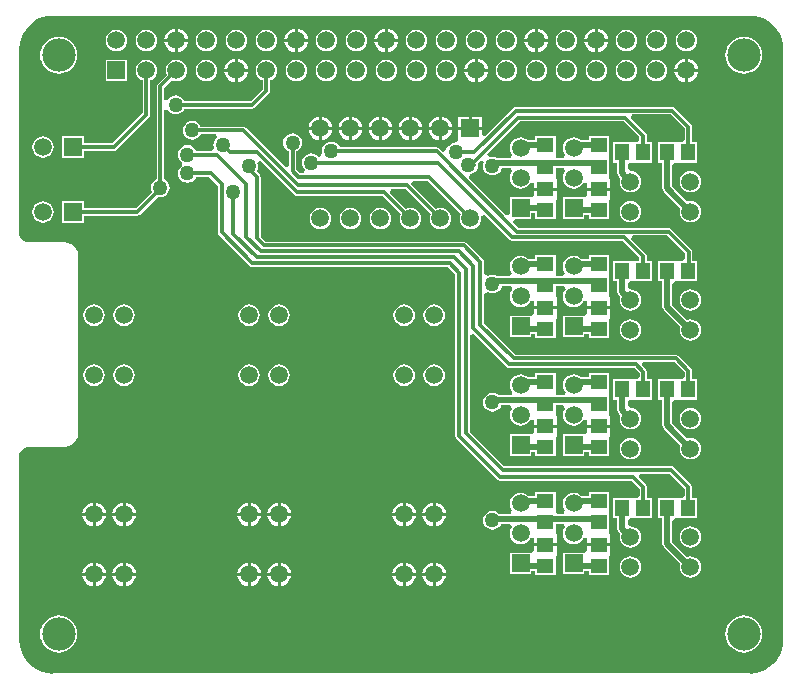
<source format=gbl>
G04 Layer_Physical_Order=2*
G04 Layer_Color=16711680*
%FSLAX25Y25*%
%MOIN*%
G70*
G01*
G75*
%ADD10R,0.05512X0.04724*%
%ADD11R,0.04724X0.05512*%
%ADD13C,0.02000*%
%ADD15C,0.01200*%
%ADD16C,0.11100*%
%ADD17R,0.05906X0.05906*%
%ADD18C,0.05906*%
%ADD19C,0.05906*%
%ADD20R,0.05906X0.05906*%
%ADD21R,0.05906X0.05906*%
%ADD22C,0.05000*%
G36*
X232107Y13046D02*
X233822Y12635D01*
X235451Y11960D01*
X236954Y11039D01*
X238294Y9894D01*
X239439Y8554D01*
X240360Y7051D01*
X241035Y5422D01*
X241446Y3708D01*
X241576Y2061D01*
X241551Y2000D01*
Y-194800D01*
X241579Y-194869D01*
X241446Y-196565D01*
X241033Y-198287D01*
X240355Y-199923D01*
X239430Y-201433D01*
X238280Y-202780D01*
X236933Y-203930D01*
X235423Y-204855D01*
X233787Y-205533D01*
X232065Y-205946D01*
X230369Y-206079D01*
X230300Y-206051D01*
X-1900D01*
X-1969Y-206079D01*
X-3665Y-205946D01*
X-5387Y-205533D01*
X-7023Y-204855D01*
X-8533Y-203930D01*
X-9880Y-202780D01*
X-11030Y-201433D01*
X-11955Y-199923D01*
X-12632Y-198287D01*
X-13046Y-196565D01*
X-13179Y-194869D01*
X-13151Y-194800D01*
Y-133800D01*
X-13167Y-133760D01*
X-13065Y-132988D01*
X-12733Y-132186D01*
X-12204Y-131496D01*
X-11514Y-130967D01*
X-10712Y-130635D01*
X-9864Y-130523D01*
X-9800Y-130549D01*
X2000D01*
X2058Y-130525D01*
X3138Y-130383D01*
X4245Y-129925D01*
X5195Y-129195D01*
X5925Y-128245D01*
X6383Y-127138D01*
X6540Y-125950D01*
X6537Y-125930D01*
X6549Y-125900D01*
Y-66900D01*
X6537Y-66870D01*
X6540Y-66850D01*
X6383Y-65662D01*
X5925Y-64555D01*
X5195Y-63605D01*
X4245Y-62875D01*
X3138Y-62417D01*
X2058Y-62275D01*
X2000Y-62251D01*
X-9800D01*
X-9864Y-62277D01*
X-10712Y-62165D01*
X-11514Y-61833D01*
X-12204Y-61304D01*
X-12733Y-60614D01*
X-13065Y-59812D01*
X-13167Y-59040D01*
X-13151Y-59000D01*
Y2000D01*
X-13176Y2061D01*
X-13046Y3708D01*
X-12635Y5422D01*
X-11960Y7051D01*
X-11039Y8554D01*
X-9894Y9894D01*
X-8554Y11039D01*
X-7051Y11960D01*
X-5422Y12635D01*
X-3708Y13046D01*
X-1977Y13183D01*
X-1900Y13151D01*
X230300D01*
X230377Y13183D01*
X232107Y13046D01*
D02*
G37*
%LPC*%
G36*
X183736Y-124087D02*
X176224D01*
Y-124695D01*
X176084Y-125837D01*
X175265Y-126333D01*
X174926Y-126333D01*
X168160D01*
Y-133439D01*
X175265D01*
Y-132305D01*
X176624D01*
Y-133635D01*
X183336D01*
X183336Y-127983D01*
X183736Y-126949D01*
X183736Y-126677D01*
Y-124087D01*
D02*
G37*
G36*
X210610Y-117483D02*
X209683Y-117606D01*
X208819Y-117964D01*
X208076Y-118533D01*
X207507Y-119275D01*
X207149Y-120140D01*
X207027Y-121067D01*
X207149Y-121994D01*
X207507Y-122859D01*
X208076Y-123601D01*
X208819Y-124170D01*
X209683Y-124528D01*
X210610Y-124650D01*
X211538Y-124528D01*
X212402Y-124170D01*
X213144Y-123601D01*
X213714Y-122859D01*
X214071Y-121994D01*
X214194Y-121067D01*
X214071Y-120140D01*
X213714Y-119275D01*
X213144Y-118533D01*
X212402Y-117964D01*
X211538Y-117606D01*
X210610Y-117483D01*
D02*
G37*
G36*
X166020Y-124087D02*
X158508D01*
Y-124695D01*
X158368Y-125837D01*
X157549Y-126333D01*
X157209Y-126333D01*
X150443D01*
Y-133439D01*
X157549D01*
Y-132305D01*
X158908D01*
Y-133635D01*
X165620D01*
X165620Y-127983D01*
X166020Y-126949D01*
X166020Y-126677D01*
Y-124087D01*
D02*
G37*
G36*
X183336Y-145557D02*
X176624D01*
Y-146888D01*
X174274D01*
X174246Y-146852D01*
X173504Y-146282D01*
X172640Y-145924D01*
X171713Y-145802D01*
X170785Y-145924D01*
X169921Y-146282D01*
X169179Y-146852D01*
X168609Y-147594D01*
X168251Y-148458D01*
X168129Y-149386D01*
X168251Y-150313D01*
X168609Y-151178D01*
X168936Y-151603D01*
X168553Y-152637D01*
X168409Y-152803D01*
X166754D01*
X165620Y-152644D01*
Y-151482D01*
X165620D01*
Y-145557D01*
X158908D01*
Y-146888D01*
X156558D01*
X156530Y-146852D01*
X155788Y-146282D01*
X154923Y-145924D01*
X153996Y-145802D01*
X153069Y-145924D01*
X152204Y-146282D01*
X151462Y-146852D01*
X150893Y-147594D01*
X150535Y-148458D01*
X150413Y-149386D01*
X150535Y-150313D01*
X150893Y-151178D01*
X151219Y-151603D01*
X150837Y-152637D01*
X150692Y-152803D01*
X146831D01*
X146819Y-152787D01*
X146171Y-152291D01*
X145417Y-151978D01*
X144608Y-151872D01*
X143799Y-151978D01*
X143044Y-152291D01*
X142397Y-152787D01*
X141900Y-153435D01*
X141588Y-154189D01*
X141481Y-154998D01*
X141588Y-155808D01*
X141900Y-156562D01*
X142397Y-157209D01*
X143044Y-157706D01*
X143799Y-158019D01*
X144608Y-158125D01*
X145417Y-158019D01*
X146171Y-157706D01*
X146819Y-157209D01*
X147316Y-156562D01*
X147521Y-156066D01*
X150606D01*
X151145Y-157266D01*
X150893Y-157594D01*
X150535Y-158458D01*
X150413Y-159386D01*
X150535Y-160313D01*
X150893Y-161178D01*
X151462Y-161920D01*
X152204Y-162489D01*
X153069Y-162847D01*
X153996Y-162969D01*
X154923Y-162847D01*
X155788Y-162489D01*
X156530Y-161920D01*
X157099Y-161178D01*
X157308Y-160674D01*
X158508Y-160913D01*
Y-162587D01*
X166020D01*
Y-159724D01*
X165726D01*
X165620Y-158569D01*
X165620Y-158524D01*
Y-156066D01*
X168323D01*
X168861Y-157266D01*
X168609Y-157594D01*
X168251Y-158458D01*
X168129Y-159386D01*
X168251Y-160313D01*
X168609Y-161178D01*
X169179Y-161920D01*
X169921Y-162489D01*
X170785Y-162847D01*
X171713Y-162969D01*
X172640Y-162847D01*
X173504Y-162489D01*
X174246Y-161920D01*
X174816Y-161178D01*
X175024Y-160674D01*
X176224Y-160913D01*
Y-162587D01*
X183736D01*
Y-159724D01*
X183443D01*
X183336Y-158569D01*
X183336Y-158524D01*
Y-152644D01*
X183336D01*
Y-151482D01*
X183336D01*
Y-145557D01*
D02*
G37*
G36*
X190610Y-127483D02*
X189683Y-127606D01*
X188819Y-127964D01*
X188076Y-128533D01*
X187507Y-129275D01*
X187149Y-130140D01*
X187027Y-131067D01*
X187149Y-131994D01*
X187507Y-132859D01*
X188076Y-133601D01*
X188819Y-134170D01*
X189683Y-134528D01*
X190610Y-134650D01*
X191538Y-134528D01*
X192402Y-134170D01*
X193144Y-133601D01*
X193714Y-132859D01*
X194071Y-131994D01*
X194194Y-131067D01*
X194071Y-130140D01*
X193714Y-129275D01*
X193144Y-128533D01*
X192402Y-127964D01*
X191538Y-127606D01*
X190610Y-127483D01*
D02*
G37*
G36*
X73484Y-103031D02*
X72557Y-103153D01*
X71693Y-103511D01*
X70950Y-104080D01*
X70381Y-104823D01*
X70023Y-105687D01*
X69901Y-106614D01*
X70023Y-107542D01*
X70381Y-108406D01*
X70950Y-109148D01*
X71693Y-109718D01*
X72557Y-110075D01*
X73484Y-110198D01*
X74412Y-110075D01*
X75276Y-109718D01*
X76018Y-109148D01*
X76588Y-108406D01*
X76946Y-107542D01*
X77068Y-106614D01*
X76946Y-105687D01*
X76588Y-104823D01*
X76018Y-104080D01*
X75276Y-103511D01*
X74412Y-103153D01*
X73484Y-103031D01*
D02*
G37*
G36*
X115157D02*
X114230Y-103153D01*
X113366Y-103511D01*
X112624Y-104080D01*
X112054Y-104823D01*
X111696Y-105687D01*
X111574Y-106614D01*
X111696Y-107542D01*
X112054Y-108406D01*
X112624Y-109148D01*
X113366Y-109718D01*
X114230Y-110075D01*
X115157Y-110198D01*
X116085Y-110075D01*
X116949Y-109718D01*
X117691Y-109148D01*
X118261Y-108406D01*
X118619Y-107542D01*
X118741Y-106614D01*
X118619Y-105687D01*
X118261Y-104823D01*
X117691Y-104080D01*
X116949Y-103511D01*
X116085Y-103153D01*
X115157Y-103031D01*
D02*
G37*
G36*
X63484D02*
X62557Y-103153D01*
X61693Y-103511D01*
X60950Y-104080D01*
X60381Y-104823D01*
X60023Y-105687D01*
X59901Y-106614D01*
X60023Y-107542D01*
X60381Y-108406D01*
X60950Y-109148D01*
X61693Y-109718D01*
X62557Y-110075D01*
X63484Y-110198D01*
X64412Y-110075D01*
X65276Y-109718D01*
X66018Y-109148D01*
X66588Y-108406D01*
X66946Y-107542D01*
X67068Y-106614D01*
X66946Y-105687D01*
X66588Y-104823D01*
X66018Y-104080D01*
X65276Y-103511D01*
X64412Y-103153D01*
X63484Y-103031D01*
D02*
G37*
G36*
X11811D02*
X10884Y-103153D01*
X10019Y-103511D01*
X9277Y-104080D01*
X8708Y-104823D01*
X8350Y-105687D01*
X8228Y-106614D01*
X8350Y-107542D01*
X8708Y-108406D01*
X9277Y-109148D01*
X10019Y-109718D01*
X10884Y-110075D01*
X11811Y-110198D01*
X12739Y-110075D01*
X13603Y-109718D01*
X14345Y-109148D01*
X14914Y-108406D01*
X15272Y-107542D01*
X15394Y-106614D01*
X15272Y-105687D01*
X14914Y-104823D01*
X14345Y-104080D01*
X13603Y-103511D01*
X12739Y-103153D01*
X11811Y-103031D01*
D02*
G37*
G36*
X21811D02*
X20884Y-103153D01*
X20019Y-103511D01*
X19277Y-104080D01*
X18708Y-104823D01*
X18350Y-105687D01*
X18228Y-106614D01*
X18350Y-107542D01*
X18708Y-108406D01*
X19277Y-109148D01*
X20019Y-109718D01*
X20884Y-110075D01*
X21811Y-110198D01*
X22738Y-110075D01*
X23603Y-109718D01*
X24345Y-109148D01*
X24914Y-108406D01*
X25272Y-107542D01*
X25394Y-106614D01*
X25272Y-105687D01*
X24914Y-104823D01*
X24345Y-104080D01*
X23603Y-103511D01*
X22738Y-103153D01*
X21811Y-103031D01*
D02*
G37*
G36*
X125657Y-149075D02*
Y-152496D01*
X129078D01*
X129008Y-151964D01*
X128610Y-151003D01*
X127977Y-150177D01*
X127151Y-149543D01*
X126189Y-149145D01*
X125657Y-149075D01*
D02*
G37*
G36*
X62984D02*
X62452Y-149145D01*
X61491Y-149543D01*
X60665Y-150177D01*
X60031Y-151003D01*
X59633Y-151964D01*
X59563Y-152496D01*
X62984D01*
Y-149075D01*
D02*
G37*
G36*
X63984D02*
Y-152496D01*
X67405D01*
X67335Y-151964D01*
X66937Y-151003D01*
X66303Y-150177D01*
X65478Y-149543D01*
X64516Y-149145D01*
X63984Y-149075D01*
D02*
G37*
G36*
X22311D02*
Y-152496D01*
X25732D01*
X25662Y-151964D01*
X25264Y-151003D01*
X24630Y-150177D01*
X23804Y-149543D01*
X22843Y-149145D01*
X22311Y-149075D01*
D02*
G37*
G36*
X12311D02*
Y-152496D01*
X15732D01*
X15662Y-151964D01*
X15264Y-151003D01*
X14630Y-150177D01*
X13804Y-149543D01*
X12843Y-149145D01*
X12311Y-149075D01*
D02*
G37*
G36*
X21311D02*
X20779Y-149145D01*
X19818Y-149543D01*
X18992Y-150177D01*
X18358Y-151003D01*
X17960Y-151964D01*
X17890Y-152496D01*
X21311D01*
Y-149075D01*
D02*
G37*
G36*
X115657D02*
Y-152496D01*
X119079D01*
X119009Y-151964D01*
X118610Y-151003D01*
X117977Y-150177D01*
X117151Y-149543D01*
X116189Y-149145D01*
X115657Y-149075D01*
D02*
G37*
G36*
X124657D02*
X124126Y-149145D01*
X123164Y-149543D01*
X122338Y-150177D01*
X121705Y-151003D01*
X121307Y-151964D01*
X121236Y-152496D01*
X124657D01*
Y-149075D01*
D02*
G37*
G36*
X114657D02*
X114126Y-149145D01*
X113164Y-149543D01*
X112338Y-150177D01*
X111705Y-151003D01*
X111307Y-151964D01*
X111236Y-152496D01*
X114657D01*
Y-149075D01*
D02*
G37*
G36*
X72984D02*
X72452Y-149145D01*
X71491Y-149543D01*
X70665Y-150177D01*
X70031Y-151003D01*
X69633Y-151964D01*
X69563Y-152496D01*
X72984D01*
Y-149075D01*
D02*
G37*
G36*
X73984D02*
Y-152496D01*
X77405D01*
X77335Y-151964D01*
X76937Y-151003D01*
X76303Y-150177D01*
X75478Y-149543D01*
X74516Y-149145D01*
X73984Y-149075D01*
D02*
G37*
G36*
X125157Y-103031D02*
X124230Y-103153D01*
X123366Y-103511D01*
X122624Y-104080D01*
X122054Y-104823D01*
X121696Y-105687D01*
X121574Y-106614D01*
X121696Y-107542D01*
X122054Y-108406D01*
X122624Y-109148D01*
X123366Y-109718D01*
X124230Y-110075D01*
X125157Y-110198D01*
X126085Y-110075D01*
X126949Y-109718D01*
X127691Y-109148D01*
X128261Y-108406D01*
X128619Y-107542D01*
X128741Y-106614D01*
X128619Y-105687D01*
X128261Y-104823D01*
X127691Y-104080D01*
X126949Y-103511D01*
X126085Y-103153D01*
X125157Y-103031D01*
D02*
G37*
G36*
X-5200Y-48617D02*
X-6128Y-48739D01*
X-6992Y-49097D01*
X-7734Y-49666D01*
X-8303Y-50408D01*
X-8661Y-51273D01*
X-8783Y-52200D01*
X-8661Y-53127D01*
X-8303Y-53992D01*
X-7734Y-54734D01*
X-6992Y-55303D01*
X-6128Y-55661D01*
X-5200Y-55783D01*
X-4273Y-55661D01*
X-3408Y-55303D01*
X-2666Y-54734D01*
X-2097Y-53992D01*
X-1739Y-53127D01*
X-1617Y-52200D01*
X-1739Y-51273D01*
X-2097Y-50408D01*
X-2666Y-49666D01*
X-3408Y-49097D01*
X-4273Y-48739D01*
X-5200Y-48617D01*
D02*
G37*
G36*
X190610Y-48483D02*
X189683Y-48606D01*
X188819Y-48964D01*
X188076Y-49533D01*
X187507Y-50275D01*
X187149Y-51139D01*
X187027Y-52067D01*
X187149Y-52994D01*
X187507Y-53859D01*
X188076Y-54601D01*
X188819Y-55170D01*
X189683Y-55528D01*
X190610Y-55650D01*
X191538Y-55528D01*
X192402Y-55170D01*
X193144Y-54601D01*
X193714Y-53859D01*
X194071Y-52994D01*
X194194Y-52067D01*
X194071Y-51139D01*
X193714Y-50275D01*
X193144Y-49533D01*
X192402Y-48964D01*
X191538Y-48606D01*
X190610Y-48483D01*
D02*
G37*
G36*
X107205Y-50787D02*
X106277Y-50909D01*
X105413Y-51267D01*
X104671Y-51836D01*
X104101Y-52578D01*
X103743Y-53443D01*
X103621Y-54370D01*
X103743Y-55297D01*
X104101Y-56162D01*
X104671Y-56904D01*
X105413Y-57473D01*
X106277Y-57831D01*
X107205Y-57954D01*
X108132Y-57831D01*
X108996Y-57473D01*
X109739Y-56904D01*
X110308Y-56162D01*
X110666Y-55297D01*
X110788Y-54370D01*
X110666Y-53443D01*
X110308Y-52578D01*
X109739Y-51836D01*
X108996Y-51267D01*
X108132Y-50909D01*
X107205Y-50787D01*
D02*
G37*
G36*
X87205D02*
X86277Y-50909D01*
X85413Y-51267D01*
X84671Y-51836D01*
X84101Y-52578D01*
X83743Y-53443D01*
X83621Y-54370D01*
X83743Y-55297D01*
X84101Y-56162D01*
X84671Y-56904D01*
X85413Y-57473D01*
X86277Y-57831D01*
X87205Y-57954D01*
X88132Y-57831D01*
X88996Y-57473D01*
X89739Y-56904D01*
X90308Y-56162D01*
X90666Y-55297D01*
X90788Y-54370D01*
X90666Y-53443D01*
X90308Y-52578D01*
X89739Y-51836D01*
X88996Y-51267D01*
X88132Y-50909D01*
X87205Y-50787D01*
D02*
G37*
G36*
X97205D02*
X96277Y-50909D01*
X95413Y-51267D01*
X94671Y-51836D01*
X94101Y-52578D01*
X93743Y-53443D01*
X93621Y-54370D01*
X93743Y-55297D01*
X94101Y-56162D01*
X94671Y-56904D01*
X95413Y-57473D01*
X96277Y-57831D01*
X97205Y-57954D01*
X98132Y-57831D01*
X98996Y-57473D01*
X99739Y-56904D01*
X100308Y-56162D01*
X100666Y-55297D01*
X100788Y-54370D01*
X100666Y-53443D01*
X100308Y-52578D01*
X99739Y-51836D01*
X98996Y-51267D01*
X98132Y-50909D01*
X97205Y-50787D01*
D02*
G37*
G36*
X29200Y-1417D02*
X28273Y-1539D01*
X27408Y-1897D01*
X26666Y-2466D01*
X26097Y-3208D01*
X25739Y-4073D01*
X25617Y-5000D01*
X25739Y-5928D01*
X26097Y-6792D01*
X26666Y-7534D01*
X27408Y-8103D01*
X27977Y-8339D01*
Y-19293D01*
X17893Y-29377D01*
X8353D01*
Y-27047D01*
X1247D01*
Y-34153D01*
X8353D01*
Y-31824D01*
X18400D01*
X18868Y-31730D01*
X19265Y-31465D01*
X30065Y-20665D01*
X30330Y-20268D01*
X30424Y-19800D01*
Y-8339D01*
X30992Y-8103D01*
X31734Y-7534D01*
X32303Y-6792D01*
X32661Y-5928D01*
X32783Y-5000D01*
X32661Y-4073D01*
X32303Y-3208D01*
X31734Y-2466D01*
X30992Y-1897D01*
X30127Y-1539D01*
X29200Y-1417D01*
D02*
G37*
G36*
X204500Y-17277D02*
X152366D01*
X151898Y-17370D01*
X151501Y-17635D01*
X142266Y-26870D01*
X141157Y-26410D01*
Y-24870D01*
X133252D01*
Y-27384D01*
X133252Y-28075D01*
X132621Y-28896D01*
X132621D01*
X132621Y-28896D01*
D01*
X131568Y-29251D01*
X131474Y-29263D01*
X130720Y-29576D01*
X130072Y-30073D01*
X129576Y-30720D01*
X129263Y-31474D01*
X129232Y-31710D01*
X127973Y-32148D01*
X126849Y-31025D01*
X126453Y-30759D01*
X125984Y-30666D01*
X93793D01*
X93653Y-30326D01*
X93156Y-29679D01*
X92508Y-29182D01*
X91754Y-28870D01*
X90945Y-28763D01*
X90136Y-28870D01*
X89381Y-29182D01*
X88734Y-29679D01*
X88237Y-30326D01*
X87925Y-31080D01*
X87818Y-31890D01*
X87925Y-32699D01*
X87108Y-33864D01*
X86648Y-33857D01*
X86463Y-33616D01*
X85815Y-33119D01*
X85061Y-32807D01*
X84252Y-32700D01*
X83443Y-32807D01*
X82689Y-33119D01*
X82041Y-33616D01*
X81544Y-34263D01*
X81232Y-35017D01*
X81125Y-35827D01*
X81232Y-36636D01*
X81544Y-37390D01*
X82041Y-38038D01*
X82158Y-38128D01*
X81751Y-39328D01*
X80428D01*
X79176Y-38076D01*
Y-31982D01*
X79516Y-31842D01*
X80164Y-31345D01*
X80661Y-30697D01*
X80973Y-29943D01*
X81080Y-29134D01*
X80973Y-28325D01*
X80661Y-27571D01*
X80164Y-26923D01*
X79516Y-26426D01*
X78762Y-26114D01*
X77953Y-26007D01*
X77144Y-26114D01*
X76389Y-26426D01*
X75742Y-26923D01*
X75245Y-27571D01*
X74933Y-28325D01*
X74826Y-29134D01*
X74933Y-29943D01*
X75245Y-30697D01*
X75742Y-31345D01*
X76389Y-31842D01*
X76729Y-31982D01*
Y-36817D01*
X75621Y-37276D01*
X62479Y-24135D01*
X62082Y-23870D01*
X61614Y-23776D01*
X47349D01*
X47208Y-23437D01*
X46711Y-22789D01*
X46063Y-22292D01*
X45309Y-21980D01*
X44500Y-21873D01*
X43691Y-21980D01*
X42937Y-22292D01*
X42289Y-22789D01*
X41792Y-23437D01*
X41480Y-24191D01*
X41373Y-25000D01*
X41480Y-25809D01*
X41792Y-26563D01*
X42289Y-27211D01*
X42937Y-27708D01*
X43691Y-28020D01*
X44500Y-28127D01*
X45309Y-28020D01*
X46063Y-27708D01*
X46711Y-27211D01*
X47208Y-26563D01*
X47349Y-26223D01*
X52572D01*
X52887Y-27424D01*
X52513Y-27710D01*
X52017Y-28358D01*
X51704Y-29112D01*
X51598Y-29921D01*
X51693Y-30647D01*
X51684Y-30758D01*
X50868Y-31847D01*
X45762D01*
X45621Y-31508D01*
X45124Y-30860D01*
X44477Y-30363D01*
X43723Y-30051D01*
X42913Y-29944D01*
X42104Y-30051D01*
X41350Y-30363D01*
X40702Y-30860D01*
X40205Y-31508D01*
X39893Y-32262D01*
X39787Y-33071D01*
X39893Y-33880D01*
X40205Y-34634D01*
X40702Y-35282D01*
X40999Y-35509D01*
X41095Y-35825D01*
Y-36616D01*
X40999Y-36932D01*
X40702Y-37159D01*
X40205Y-37807D01*
X39893Y-38561D01*
X39787Y-39370D01*
X39893Y-40179D01*
X40205Y-40933D01*
X40702Y-41581D01*
X41350Y-42078D01*
X42104Y-42390D01*
X42913Y-42497D01*
X43723Y-42390D01*
X44477Y-42078D01*
X45124Y-41581D01*
X45621Y-40933D01*
X45762Y-40594D01*
X50281D01*
X53107Y-43420D01*
Y-59055D01*
X53200Y-59523D01*
X53466Y-59920D01*
X63702Y-70157D01*
X64099Y-70422D01*
X64567Y-70515D01*
X129808D01*
X132241Y-72948D01*
Y-126772D01*
X132334Y-127240D01*
X132599Y-127637D01*
X146379Y-141416D01*
X146776Y-141682D01*
X147244Y-141775D01*
X191056D01*
X193717Y-144436D01*
Y-146677D01*
X192869Y-147526D01*
X192016D01*
X191979Y-147526D01*
X190816D01*
X190779Y-147526D01*
X184892D01*
Y-154238D01*
X186223D01*
Y-157811D01*
X186347Y-158435D01*
X186701Y-158965D01*
X187215Y-159479D01*
X187149Y-159640D01*
X187027Y-160567D01*
X187149Y-161494D01*
X187507Y-162359D01*
X188076Y-163101D01*
X188819Y-163670D01*
X189683Y-164028D01*
X190610Y-164150D01*
X191538Y-164028D01*
X192402Y-163670D01*
X193144Y-163101D01*
X193714Y-162359D01*
X194071Y-161494D01*
X194194Y-160567D01*
X194071Y-159640D01*
X193714Y-158775D01*
X193144Y-158033D01*
X192402Y-157464D01*
X191538Y-157106D01*
X190610Y-156983D01*
X189744Y-156179D01*
X189726Y-154846D01*
X190334Y-154238D01*
X190779D01*
X190816Y-154238D01*
X191979D01*
X192016Y-154238D01*
X197903D01*
Y-147526D01*
X196164D01*
Y-143929D01*
X196071Y-143461D01*
X195806Y-143064D01*
X193355Y-140612D01*
X193852Y-139412D01*
X203655D01*
X208678Y-144436D01*
Y-146677D01*
X207829Y-147526D01*
X206977D01*
X206939Y-147526D01*
X205777D01*
X205739Y-147526D01*
X199853D01*
Y-154238D01*
X201184D01*
Y-162772D01*
X201308Y-163396D01*
X201661Y-163925D01*
X207215Y-169479D01*
X207149Y-169640D01*
X207027Y-170567D01*
X207149Y-171494D01*
X207507Y-172359D01*
X208076Y-173101D01*
X208819Y-173670D01*
X209683Y-174028D01*
X210610Y-174150D01*
X211538Y-174028D01*
X212402Y-173670D01*
X213144Y-173101D01*
X213714Y-172359D01*
X214071Y-171494D01*
X214194Y-170567D01*
X214071Y-169640D01*
X213714Y-168775D01*
X213144Y-168033D01*
X212402Y-167464D01*
X211538Y-167106D01*
X210610Y-166983D01*
X209683Y-167106D01*
X209522Y-167172D01*
X204446Y-162096D01*
Y-155086D01*
X205295Y-154238D01*
X205739D01*
X205777Y-154238D01*
X206939D01*
X206977Y-154238D01*
X212864D01*
Y-147526D01*
X211125D01*
Y-143929D01*
X211032Y-143461D01*
X210767Y-143064D01*
X205027Y-137324D01*
X204630Y-137059D01*
X204161Y-136966D01*
X148538D01*
X137050Y-125477D01*
Y-93234D01*
X138250Y-92737D01*
X149379Y-103865D01*
X149776Y-104130D01*
X150244Y-104224D01*
X191824D01*
X193619Y-106018D01*
Y-107276D01*
X192869Y-108026D01*
X192016D01*
X191979Y-108026D01*
X190816D01*
X190779Y-108026D01*
X184892D01*
Y-114738D01*
X186223D01*
Y-118311D01*
X186347Y-118935D01*
X186701Y-119465D01*
X187215Y-119979D01*
X187149Y-120140D01*
X187027Y-121067D01*
X187149Y-121994D01*
X187507Y-122859D01*
X188076Y-123601D01*
X188819Y-124170D01*
X189683Y-124528D01*
X190610Y-124650D01*
X191538Y-124528D01*
X192402Y-124170D01*
X193144Y-123601D01*
X193714Y-122859D01*
X194071Y-121994D01*
X194194Y-121067D01*
X194071Y-120140D01*
X193714Y-119275D01*
X193144Y-118533D01*
X192402Y-117964D01*
X191538Y-117606D01*
X190610Y-117483D01*
X189744Y-116679D01*
X189726Y-115346D01*
X190334Y-114738D01*
X190779D01*
X190816Y-114738D01*
X191979D01*
X192016Y-114738D01*
X197903D01*
Y-108026D01*
X196164D01*
Y-105610D01*
X196071Y-105142D01*
X195806Y-104745D01*
X194393Y-103332D01*
X194852Y-102224D01*
X205178D01*
X208678Y-105723D01*
Y-107177D01*
X207829Y-108026D01*
X206977D01*
X206939Y-108026D01*
X205777D01*
X205739Y-108026D01*
X199853D01*
Y-114738D01*
X201184D01*
Y-123272D01*
X201308Y-123896D01*
X201661Y-124425D01*
X207215Y-129979D01*
X207149Y-130140D01*
X207027Y-131067D01*
X207149Y-131994D01*
X207507Y-132859D01*
X208076Y-133601D01*
X208819Y-134170D01*
X209683Y-134528D01*
X210610Y-134650D01*
X211538Y-134528D01*
X212402Y-134170D01*
X213144Y-133601D01*
X213714Y-132859D01*
X214071Y-131994D01*
X214194Y-131067D01*
X214071Y-130140D01*
X213714Y-129275D01*
X213144Y-128533D01*
X212402Y-127964D01*
X211538Y-127606D01*
X210610Y-127483D01*
X209683Y-127606D01*
X209522Y-127672D01*
X204446Y-122596D01*
Y-115586D01*
X205295Y-114738D01*
X205739D01*
X205777Y-114738D01*
X206939D01*
X206977Y-114738D01*
X212864D01*
Y-108026D01*
X211125D01*
Y-105217D01*
X211032Y-104748D01*
X210767Y-104351D01*
X206550Y-100135D01*
X206153Y-99870D01*
X205685Y-99777D01*
X152294D01*
X141775Y-89257D01*
Y-79504D01*
X142975Y-78913D01*
X143044Y-78966D01*
X143799Y-79278D01*
X144608Y-79385D01*
X145417Y-79278D01*
X146171Y-78966D01*
X146819Y-78469D01*
X147316Y-77822D01*
X147628Y-77068D01*
X147649Y-76906D01*
X150728D01*
X150992Y-77246D01*
X151267Y-78106D01*
X150893Y-78594D01*
X150535Y-79458D01*
X150413Y-80386D01*
X150535Y-81313D01*
X150893Y-82178D01*
X151462Y-82920D01*
X152204Y-83489D01*
X153069Y-83847D01*
X153996Y-83969D01*
X154923Y-83847D01*
X155788Y-83489D01*
X156530Y-82920D01*
X157099Y-82178D01*
X157308Y-81674D01*
X158508Y-81913D01*
Y-83587D01*
X166020D01*
Y-80724D01*
X165726D01*
X165620Y-79568D01*
X165620Y-79524D01*
Y-76906D01*
X168445D01*
X168708Y-77246D01*
X168984Y-78106D01*
X168609Y-78594D01*
X168251Y-79458D01*
X168129Y-80386D01*
X168251Y-81313D01*
X168609Y-82178D01*
X169179Y-82920D01*
X169921Y-83489D01*
X170785Y-83847D01*
X171713Y-83969D01*
X172640Y-83847D01*
X173504Y-83489D01*
X174246Y-82920D01*
X174816Y-82178D01*
X175024Y-81674D01*
X176224Y-81913D01*
Y-83587D01*
X183736D01*
Y-80724D01*
X183443D01*
X183336Y-79568D01*
X183336Y-79524D01*
Y-73682D01*
X183336Y-73644D01*
X183336D01*
Y-72482D01*
X183336Y-72482D01*
Y-66558D01*
X176624D01*
Y-67888D01*
X174274D01*
X174246Y-67852D01*
X173504Y-67282D01*
X172640Y-66925D01*
X171713Y-66802D01*
X170785Y-66925D01*
X169921Y-67282D01*
X169179Y-67852D01*
X168609Y-68594D01*
X168251Y-69458D01*
X168129Y-70386D01*
X168251Y-71313D01*
X168609Y-72177D01*
X168813Y-72443D01*
X168221Y-73643D01*
X165712D01*
X165620Y-72482D01*
X165620D01*
Y-66558D01*
X158908D01*
Y-67888D01*
X156558D01*
X156530Y-67852D01*
X155788Y-67282D01*
X154923Y-66925D01*
X153996Y-66802D01*
X153069Y-66925D01*
X152204Y-67282D01*
X151462Y-67852D01*
X150893Y-68594D01*
X150535Y-69458D01*
X150413Y-70386D01*
X150535Y-71313D01*
X150893Y-72177D01*
X151097Y-72443D01*
X150505Y-73643D01*
X146292D01*
X146171Y-73550D01*
X145417Y-73238D01*
X144608Y-73132D01*
X143799Y-73238D01*
X143044Y-73550D01*
X142975Y-73604D01*
X141775Y-73012D01*
Y-68898D01*
X141682Y-68429D01*
X141416Y-68032D01*
X135905Y-62521D01*
X135508Y-62255D01*
X135039Y-62162D01*
X69011D01*
X67365Y-60517D01*
Y-40551D01*
X67272Y-40083D01*
X67007Y-39686D01*
X66006Y-38685D01*
X66094Y-38571D01*
X66406Y-37817D01*
X66513Y-37008D01*
X66406Y-36199D01*
X66248Y-35817D01*
X67265Y-35137D01*
X78662Y-46534D01*
X79059Y-46800D01*
X79528Y-46893D01*
X107997D01*
X113979Y-52874D01*
X113743Y-53443D01*
X113621Y-54370D01*
X113743Y-55297D01*
X114101Y-56162D01*
X114671Y-56904D01*
X115413Y-57473D01*
X116277Y-57831D01*
X117205Y-57954D01*
X118132Y-57831D01*
X118996Y-57473D01*
X119739Y-56904D01*
X120308Y-56162D01*
X120666Y-55297D01*
X120788Y-54370D01*
X120666Y-53443D01*
X120308Y-52578D01*
X119739Y-51836D01*
X118996Y-51267D01*
X118132Y-50909D01*
X117205Y-50787D01*
X116277Y-50909D01*
X115709Y-51144D01*
X110296Y-45731D01*
X110793Y-44531D01*
X115635D01*
X123979Y-52874D01*
X123743Y-53443D01*
X123621Y-54370D01*
X123743Y-55297D01*
X124101Y-56162D01*
X124671Y-56904D01*
X125413Y-57473D01*
X126277Y-57831D01*
X127205Y-57954D01*
X128132Y-57831D01*
X128996Y-57473D01*
X129739Y-56904D01*
X130308Y-56162D01*
X130666Y-55297D01*
X130788Y-54370D01*
X130666Y-53443D01*
X130308Y-52578D01*
X129739Y-51836D01*
X128996Y-51267D01*
X128132Y-50909D01*
X127205Y-50787D01*
X126277Y-50909D01*
X125709Y-51144D01*
X117540Y-42975D01*
X118037Y-41775D01*
X122879D01*
X133979Y-52874D01*
X133743Y-53443D01*
X133621Y-54370D01*
X133743Y-55297D01*
X134101Y-56162D01*
X134671Y-56904D01*
X135413Y-57473D01*
X136277Y-57831D01*
X137205Y-57954D01*
X138132Y-57831D01*
X138996Y-57473D01*
X139739Y-56904D01*
X140308Y-56162D01*
X140666Y-55297D01*
X140788Y-54370D01*
X140681Y-53557D01*
X140773Y-53462D01*
X142063Y-53242D01*
X150284Y-61464D01*
X150681Y-61729D01*
X151150Y-61822D01*
X188092D01*
X193596Y-67326D01*
X193424Y-68526D01*
X192016D01*
X191979Y-68526D01*
X190816D01*
X190779Y-68526D01*
X184892D01*
Y-75238D01*
X186223D01*
Y-78811D01*
X186347Y-79435D01*
X186701Y-79965D01*
X187215Y-80479D01*
X187149Y-80639D01*
X187027Y-81567D01*
X187149Y-82494D01*
X187507Y-83359D01*
X188076Y-84101D01*
X188819Y-84670D01*
X189683Y-85028D01*
X190610Y-85150D01*
X191538Y-85028D01*
X192402Y-84670D01*
X193144Y-84101D01*
X193714Y-83359D01*
X194071Y-82494D01*
X194194Y-81567D01*
X194071Y-80639D01*
X193714Y-79775D01*
X193144Y-79033D01*
X192402Y-78464D01*
X191538Y-78106D01*
X190610Y-77983D01*
X189744Y-77179D01*
X189726Y-75846D01*
X190334Y-75238D01*
X190779D01*
X190816Y-75238D01*
X191979D01*
X192016Y-75238D01*
X197903D01*
Y-68526D01*
X196164D01*
Y-66941D01*
X196071Y-66473D01*
X195806Y-66076D01*
X190861Y-61131D01*
X191320Y-60022D01*
X202780D01*
X208776Y-66019D01*
Y-67677D01*
X207928Y-68526D01*
X206977D01*
X206939Y-68526D01*
X205777D01*
X205739Y-68526D01*
X199853D01*
Y-75238D01*
X201184D01*
Y-83772D01*
X201308Y-84396D01*
X201661Y-84925D01*
X207215Y-90479D01*
X207149Y-90640D01*
X207027Y-91567D01*
X207149Y-92494D01*
X207507Y-93359D01*
X208076Y-94101D01*
X208819Y-94670D01*
X209683Y-95028D01*
X210610Y-95150D01*
X211538Y-95028D01*
X212402Y-94670D01*
X213144Y-94101D01*
X213714Y-93359D01*
X214071Y-92494D01*
X214194Y-91567D01*
X214071Y-90640D01*
X213714Y-89775D01*
X213144Y-89033D01*
X212402Y-88464D01*
X211538Y-88106D01*
X210610Y-87984D01*
X209683Y-88106D01*
X209522Y-88172D01*
X204446Y-83096D01*
Y-76086D01*
X205295Y-75238D01*
X205739D01*
X205777Y-75238D01*
X206939D01*
X206977Y-75238D01*
X212864D01*
Y-68526D01*
X211224D01*
Y-65512D01*
X211130Y-65044D01*
X210865Y-64647D01*
X204152Y-57933D01*
X203755Y-57668D01*
X203287Y-57575D01*
X153400D01*
X151463Y-55639D01*
X151960Y-54439D01*
X157549D01*
Y-52517D01*
X158908D01*
Y-54635D01*
X165620D01*
X165620Y-48983D01*
X166020Y-47949D01*
X166020Y-47677D01*
Y-45087D01*
X158508D01*
Y-46751D01*
X157549Y-47333D01*
X157308Y-47333D01*
X150443D01*
Y-52921D01*
X149243Y-53418D01*
X136750Y-40925D01*
X137187Y-39665D01*
X137423Y-39634D01*
X138178Y-39322D01*
X138825Y-38825D01*
X139322Y-38177D01*
X139634Y-37423D01*
X139671Y-37145D01*
X139713Y-37082D01*
X139806Y-36614D01*
X139713Y-36146D01*
X139671Y-36083D01*
X139670Y-36076D01*
X140728Y-35018D01*
X141746Y-35697D01*
X141588Y-36079D01*
X141481Y-36888D01*
X141588Y-37697D01*
X141900Y-38452D01*
X142397Y-39099D01*
X143044Y-39596D01*
X143799Y-39908D01*
X144608Y-40015D01*
X145417Y-39908D01*
X146171Y-39596D01*
X146819Y-39099D01*
X147316Y-38452D01*
X147628Y-37697D01*
X147655Y-37490D01*
X150680D01*
X150780Y-37601D01*
X151202Y-38690D01*
X150893Y-39094D01*
X150535Y-39958D01*
X150413Y-40886D01*
X150535Y-41813D01*
X150893Y-42678D01*
X151462Y-43420D01*
X152204Y-43989D01*
X153069Y-44347D01*
X153996Y-44469D01*
X154923Y-44347D01*
X155788Y-43989D01*
X156530Y-43420D01*
X157099Y-42678D01*
X157308Y-42174D01*
X158508Y-42413D01*
Y-44087D01*
X166020D01*
Y-41224D01*
X165726D01*
X165620Y-40069D01*
X165620Y-40024D01*
Y-37490D01*
X168396D01*
X168497Y-37601D01*
X168919Y-38690D01*
X168609Y-39094D01*
X168251Y-39958D01*
X168129Y-40886D01*
X168251Y-41813D01*
X168609Y-42678D01*
X169179Y-43420D01*
X169921Y-43989D01*
X170785Y-44347D01*
X171713Y-44469D01*
X172640Y-44347D01*
X173504Y-43989D01*
X174246Y-43420D01*
X174816Y-42678D01*
X175024Y-42174D01*
X176224Y-42413D01*
Y-44087D01*
X183736D01*
Y-41224D01*
X183443D01*
X183336Y-40069D01*
X183336Y-40024D01*
Y-34144D01*
X183336D01*
Y-32982D01*
X183336D01*
Y-27057D01*
X176624D01*
Y-28388D01*
X174274D01*
X174246Y-28352D01*
X173504Y-27782D01*
X172640Y-27424D01*
X171713Y-27302D01*
X170785Y-27424D01*
X169921Y-27782D01*
X169179Y-28352D01*
X168609Y-29094D01*
X168251Y-29958D01*
X168129Y-30886D01*
X168251Y-31813D01*
X168609Y-32678D01*
X168878Y-33028D01*
X168361Y-34228D01*
X166785D01*
X165620Y-34144D01*
Y-32982D01*
X165620D01*
Y-27057D01*
X158908D01*
Y-28388D01*
X156558D01*
X156530Y-28352D01*
X155788Y-27782D01*
X154923Y-27424D01*
X153996Y-27302D01*
X153069Y-27424D01*
X152204Y-27782D01*
X151462Y-28352D01*
X150893Y-29094D01*
X150535Y-29958D01*
X150413Y-30886D01*
X150535Y-31813D01*
X150893Y-32678D01*
X151161Y-33028D01*
X150644Y-34228D01*
X146233D01*
X146171Y-34180D01*
X145417Y-33868D01*
X144608Y-33761D01*
X143799Y-33868D01*
X143417Y-34026D01*
X142737Y-33009D01*
X153771Y-21975D01*
X188355D01*
X193463Y-27083D01*
Y-28432D01*
X192869Y-29026D01*
X192016D01*
X191979Y-29026D01*
X190816D01*
X190779Y-29026D01*
X184892D01*
Y-35738D01*
X186223D01*
Y-39311D01*
X186347Y-39935D01*
X186701Y-40465D01*
X187215Y-40979D01*
X187149Y-41140D01*
X187027Y-42067D01*
X187149Y-42994D01*
X187507Y-43859D01*
X188076Y-44601D01*
X188819Y-45170D01*
X189683Y-45528D01*
X190610Y-45650D01*
X191538Y-45528D01*
X192402Y-45170D01*
X193144Y-44601D01*
X193714Y-43859D01*
X194071Y-42994D01*
X194194Y-42067D01*
X194071Y-41140D01*
X193714Y-40275D01*
X193144Y-39533D01*
X192402Y-38964D01*
X191538Y-38606D01*
X190610Y-38484D01*
X189744Y-37679D01*
X189726Y-36346D01*
X190334Y-35738D01*
X190779D01*
X190816Y-35738D01*
X191979D01*
X192016Y-35738D01*
X197903D01*
Y-29026D01*
X196164D01*
Y-26831D01*
X196071Y-26362D01*
X195806Y-25966D01*
X190764Y-20923D01*
X191261Y-19724D01*
X203993D01*
X208678Y-24408D01*
Y-28177D01*
X207829Y-29026D01*
X206977D01*
X206939Y-29026D01*
X205777D01*
X205739Y-29026D01*
X199853D01*
Y-35738D01*
X201184D01*
Y-44272D01*
X201308Y-44896D01*
X201661Y-45425D01*
X207215Y-50979D01*
X207149Y-51139D01*
X207027Y-52067D01*
X207149Y-52994D01*
X207507Y-53859D01*
X208076Y-54601D01*
X208819Y-55170D01*
X209683Y-55528D01*
X210610Y-55650D01*
X211538Y-55528D01*
X212402Y-55170D01*
X213144Y-54601D01*
X213714Y-53859D01*
X214071Y-52994D01*
X214194Y-52067D01*
X214071Y-51139D01*
X213714Y-50275D01*
X213144Y-49533D01*
X212402Y-48964D01*
X211538Y-48606D01*
X210610Y-48483D01*
X209683Y-48606D01*
X209522Y-48672D01*
X204446Y-43596D01*
Y-36586D01*
X205295Y-35738D01*
X205739D01*
X205777Y-35738D01*
X206939D01*
X206977Y-35738D01*
X212864D01*
Y-29026D01*
X211125D01*
Y-23902D01*
X211032Y-23433D01*
X210767Y-23036D01*
X205365Y-17635D01*
X204968Y-17370D01*
X204500Y-17277D01*
D02*
G37*
G36*
X-5200Y-27017D02*
X-6128Y-27139D01*
X-6992Y-27497D01*
X-7734Y-28066D01*
X-8303Y-28808D01*
X-8661Y-29673D01*
X-8783Y-30600D01*
X-8661Y-31527D01*
X-8303Y-32392D01*
X-7734Y-33134D01*
X-6992Y-33703D01*
X-6128Y-34061D01*
X-5200Y-34183D01*
X-4273Y-34061D01*
X-3408Y-33703D01*
X-2666Y-33134D01*
X-2097Y-32392D01*
X-1739Y-31527D01*
X-1617Y-30600D01*
X-1739Y-29673D01*
X-2097Y-28808D01*
X-2666Y-28066D01*
X-3408Y-27497D01*
X-4273Y-27139D01*
X-5200Y-27017D01*
D02*
G37*
G36*
X183736Y-45087D02*
X176224D01*
Y-45695D01*
X176084Y-46837D01*
X175265Y-47333D01*
X174926Y-47333D01*
X168160D01*
Y-54439D01*
X175265D01*
Y-53305D01*
X176624D01*
Y-54635D01*
X183336D01*
X183336Y-48983D01*
X183736Y-47949D01*
X183736Y-47677D01*
Y-45087D01*
D02*
G37*
G36*
X210610Y-38484D02*
X209683Y-38606D01*
X208819Y-38964D01*
X208076Y-39533D01*
X207507Y-40275D01*
X207149Y-41140D01*
X207027Y-42067D01*
X207149Y-42994D01*
X207507Y-43859D01*
X208076Y-44601D01*
X208819Y-45170D01*
X209683Y-45528D01*
X210610Y-45650D01*
X211538Y-45528D01*
X212402Y-45170D01*
X213144Y-44601D01*
X213714Y-43859D01*
X214071Y-42994D01*
X214194Y-42067D01*
X214071Y-41140D01*
X213714Y-40275D01*
X213144Y-39533D01*
X212402Y-38964D01*
X211538Y-38606D01*
X210610Y-38484D01*
D02*
G37*
G36*
Y-77983D02*
X209683Y-78106D01*
X208819Y-78464D01*
X208076Y-79033D01*
X207507Y-79775D01*
X207149Y-80639D01*
X207027Y-81567D01*
X207149Y-82494D01*
X207507Y-83359D01*
X208076Y-84101D01*
X208819Y-84670D01*
X209683Y-85028D01*
X210610Y-85150D01*
X211538Y-85028D01*
X212402Y-84670D01*
X213144Y-84101D01*
X213714Y-83359D01*
X214071Y-82494D01*
X214194Y-81567D01*
X214071Y-80639D01*
X213714Y-79775D01*
X213144Y-79033D01*
X212402Y-78464D01*
X211538Y-78106D01*
X210610Y-77983D01*
D02*
G37*
G36*
X183736Y-84587D02*
X176224D01*
Y-85195D01*
X176084Y-86336D01*
X175265Y-86833D01*
X174926Y-86833D01*
X168160D01*
Y-93939D01*
X175265D01*
Y-92805D01*
X176624D01*
Y-94135D01*
X183336D01*
X183336Y-88483D01*
X183736Y-87449D01*
X183736Y-87177D01*
Y-84587D01*
D02*
G37*
G36*
X11811Y-83031D02*
X10884Y-83153D01*
X10019Y-83511D01*
X9277Y-84080D01*
X8708Y-84822D01*
X8350Y-85687D01*
X8228Y-86614D01*
X8350Y-87542D01*
X8708Y-88406D01*
X9277Y-89148D01*
X10019Y-89718D01*
X10884Y-90075D01*
X11811Y-90198D01*
X12739Y-90075D01*
X13603Y-89718D01*
X14345Y-89148D01*
X14914Y-88406D01*
X15272Y-87542D01*
X15394Y-86614D01*
X15272Y-85687D01*
X14914Y-84822D01*
X14345Y-84080D01*
X13603Y-83511D01*
X12739Y-83153D01*
X11811Y-83031D01*
D02*
G37*
G36*
X166020Y-84587D02*
X158508D01*
Y-85195D01*
X158368Y-86336D01*
X157549Y-86833D01*
X157209Y-86833D01*
X150443D01*
Y-93939D01*
X157549D01*
Y-92805D01*
X158908D01*
Y-94135D01*
X165620D01*
X165620Y-88483D01*
X166020Y-87449D01*
X166020Y-87177D01*
Y-84587D01*
D02*
G37*
G36*
X183336Y-106058D02*
X176624D01*
Y-107388D01*
X174274D01*
X174246Y-107352D01*
X173504Y-106782D01*
X172640Y-106424D01*
X171713Y-106302D01*
X170785Y-106424D01*
X169921Y-106782D01*
X169179Y-107352D01*
X168609Y-108094D01*
X168251Y-108958D01*
X168129Y-109886D01*
X168251Y-110813D01*
X168609Y-111678D01*
X168990Y-112173D01*
X168727Y-113011D01*
X168450Y-113373D01*
X166725D01*
X165620Y-113144D01*
Y-111982D01*
X165620D01*
Y-106058D01*
X158908D01*
Y-107388D01*
X156558D01*
X156530Y-107352D01*
X155788Y-106782D01*
X154923Y-106424D01*
X153996Y-106302D01*
X153069Y-106424D01*
X152204Y-106782D01*
X151462Y-107352D01*
X150893Y-108094D01*
X150535Y-108958D01*
X150413Y-109886D01*
X150535Y-110813D01*
X150893Y-111678D01*
X151273Y-112173D01*
X151010Y-113011D01*
X150734Y-113373D01*
X146761D01*
X146171Y-112920D01*
X145417Y-112608D01*
X144608Y-112502D01*
X143799Y-112608D01*
X143044Y-112920D01*
X142397Y-113417D01*
X141900Y-114065D01*
X141588Y-114819D01*
X141481Y-115628D01*
X141588Y-116438D01*
X141900Y-117192D01*
X142397Y-117839D01*
X143044Y-118336D01*
X143799Y-118649D01*
X144608Y-118755D01*
X145417Y-118649D01*
X146171Y-118336D01*
X146819Y-117839D01*
X147316Y-117192D01*
X147546Y-116636D01*
X150499D01*
X151091Y-117836D01*
X150893Y-118094D01*
X150535Y-118958D01*
X150413Y-119886D01*
X150535Y-120813D01*
X150893Y-121677D01*
X151462Y-122420D01*
X152204Y-122989D01*
X153069Y-123347D01*
X153996Y-123469D01*
X154923Y-123347D01*
X155788Y-122989D01*
X156530Y-122420D01*
X157099Y-121677D01*
X157308Y-121174D01*
X158508Y-121413D01*
Y-123087D01*
X166020D01*
Y-120224D01*
X165726D01*
X165620Y-119069D01*
X165620Y-119024D01*
Y-116636D01*
X168216D01*
X168807Y-117836D01*
X168609Y-118094D01*
X168251Y-118958D01*
X168129Y-119886D01*
X168251Y-120813D01*
X168609Y-121677D01*
X169179Y-122420D01*
X169921Y-122989D01*
X170785Y-123347D01*
X171713Y-123469D01*
X172640Y-123347D01*
X173504Y-122989D01*
X174246Y-122420D01*
X174816Y-121677D01*
X175024Y-121174D01*
X176224Y-121413D01*
Y-123087D01*
X183736D01*
Y-120224D01*
X183443D01*
X183336Y-119069D01*
X183336Y-119024D01*
Y-113144D01*
X183336D01*
Y-111982D01*
X183336D01*
Y-106058D01*
D02*
G37*
G36*
X190610Y-87984D02*
X189683Y-88106D01*
X188819Y-88464D01*
X188076Y-89033D01*
X187507Y-89775D01*
X187149Y-90640D01*
X187027Y-91567D01*
X187149Y-92494D01*
X187507Y-93359D01*
X188076Y-94101D01*
X188819Y-94670D01*
X189683Y-95028D01*
X190610Y-95150D01*
X191538Y-95028D01*
X192402Y-94670D01*
X193144Y-94101D01*
X193714Y-93359D01*
X194071Y-92494D01*
X194194Y-91567D01*
X194071Y-90640D01*
X193714Y-89775D01*
X193144Y-89033D01*
X192402Y-88464D01*
X191538Y-88106D01*
X190610Y-87984D01*
D02*
G37*
G36*
X115157Y-83031D02*
X114230Y-83153D01*
X113366Y-83511D01*
X112624Y-84080D01*
X112054Y-84822D01*
X111696Y-85687D01*
X111574Y-86614D01*
X111696Y-87542D01*
X112054Y-88406D01*
X112624Y-89148D01*
X113366Y-89718D01*
X114230Y-90075D01*
X115157Y-90198D01*
X116085Y-90075D01*
X116949Y-89718D01*
X117691Y-89148D01*
X118261Y-88406D01*
X118619Y-87542D01*
X118741Y-86614D01*
X118619Y-85687D01*
X118261Y-84822D01*
X117691Y-84080D01*
X116949Y-83511D01*
X116085Y-83153D01*
X115157Y-83031D01*
D02*
G37*
G36*
X125157D02*
X124230Y-83153D01*
X123366Y-83511D01*
X122624Y-84080D01*
X122054Y-84822D01*
X121696Y-85687D01*
X121574Y-86614D01*
X121696Y-87542D01*
X122054Y-88406D01*
X122624Y-89148D01*
X123366Y-89718D01*
X124230Y-90075D01*
X125157Y-90198D01*
X126085Y-90075D01*
X126949Y-89718D01*
X127691Y-89148D01*
X128261Y-88406D01*
X128619Y-87542D01*
X128741Y-86614D01*
X128619Y-85687D01*
X128261Y-84822D01*
X127691Y-84080D01*
X126949Y-83511D01*
X126085Y-83153D01*
X125157Y-83031D01*
D02*
G37*
G36*
X73484D02*
X72557Y-83153D01*
X71693Y-83511D01*
X70950Y-84080D01*
X70381Y-84822D01*
X70023Y-85687D01*
X69901Y-86614D01*
X70023Y-87542D01*
X70381Y-88406D01*
X70950Y-89148D01*
X71693Y-89718D01*
X72557Y-90075D01*
X73484Y-90198D01*
X74412Y-90075D01*
X75276Y-89718D01*
X76018Y-89148D01*
X76588Y-88406D01*
X76946Y-87542D01*
X77068Y-86614D01*
X76946Y-85687D01*
X76588Y-84822D01*
X76018Y-84080D01*
X75276Y-83511D01*
X74412Y-83153D01*
X73484Y-83031D01*
D02*
G37*
G36*
X21811D02*
X20884Y-83153D01*
X20019Y-83511D01*
X19277Y-84080D01*
X18708Y-84822D01*
X18350Y-85687D01*
X18228Y-86614D01*
X18350Y-87542D01*
X18708Y-88406D01*
X19277Y-89148D01*
X20019Y-89718D01*
X20884Y-90075D01*
X21811Y-90198D01*
X22738Y-90075D01*
X23603Y-89718D01*
X24345Y-89148D01*
X24914Y-88406D01*
X25272Y-87542D01*
X25394Y-86614D01*
X25272Y-85687D01*
X24914Y-84822D01*
X24345Y-84080D01*
X23603Y-83511D01*
X22738Y-83153D01*
X21811Y-83031D01*
D02*
G37*
G36*
X63484D02*
X62557Y-83153D01*
X61693Y-83511D01*
X60950Y-84080D01*
X60381Y-84822D01*
X60023Y-85687D01*
X59901Y-86614D01*
X60023Y-87542D01*
X60381Y-88406D01*
X60950Y-89148D01*
X61693Y-89718D01*
X62557Y-90075D01*
X63484Y-90198D01*
X64412Y-90075D01*
X65276Y-89718D01*
X66018Y-89148D01*
X66588Y-88406D01*
X66946Y-87542D01*
X67068Y-86614D01*
X66946Y-85687D01*
X66588Y-84822D01*
X66018Y-84080D01*
X65276Y-83511D01*
X64412Y-83153D01*
X63484Y-83031D01*
D02*
G37*
G36*
X190610Y-166983D02*
X189683Y-167106D01*
X188819Y-167464D01*
X188076Y-168033D01*
X187507Y-168775D01*
X187149Y-169640D01*
X187027Y-170567D01*
X187149Y-171494D01*
X187507Y-172359D01*
X188076Y-173101D01*
X188819Y-173670D01*
X189683Y-174028D01*
X190610Y-174150D01*
X191538Y-174028D01*
X192402Y-173670D01*
X193144Y-173101D01*
X193714Y-172359D01*
X194071Y-171494D01*
X194194Y-170567D01*
X194071Y-169640D01*
X193714Y-168775D01*
X193144Y-168033D01*
X192402Y-167464D01*
X191538Y-167106D01*
X190610Y-166983D01*
D02*
G37*
G36*
X166020Y-163587D02*
X158508D01*
Y-164195D01*
X158368Y-165337D01*
X157549Y-165833D01*
X157209Y-165833D01*
X150443D01*
Y-172939D01*
X157549D01*
Y-171805D01*
X158908D01*
Y-173135D01*
X165620D01*
X165620Y-167483D01*
X166020Y-166449D01*
X166020Y-166177D01*
Y-163587D01*
D02*
G37*
G36*
X129078Y-173496D02*
X125657D01*
Y-176917D01*
X126189Y-176847D01*
X127151Y-176449D01*
X127977Y-175815D01*
X128610Y-174989D01*
X129008Y-174028D01*
X129078Y-173496D01*
D02*
G37*
G36*
X119079D02*
X115657D01*
Y-176917D01*
X116189Y-176847D01*
X117151Y-176449D01*
X117977Y-175815D01*
X118610Y-174989D01*
X119009Y-174028D01*
X119079Y-173496D01*
D02*
G37*
G36*
X124657D02*
X121236D01*
X121307Y-174028D01*
X121705Y-174989D01*
X122338Y-175815D01*
X123164Y-176449D01*
X124126Y-176847D01*
X124657Y-176917D01*
Y-173496D01*
D02*
G37*
G36*
X21311Y-169075D02*
X20779Y-169145D01*
X19818Y-169543D01*
X18992Y-170177D01*
X18358Y-171003D01*
X17960Y-171964D01*
X17890Y-172496D01*
X21311D01*
Y-169075D01*
D02*
G37*
G36*
X22311D02*
Y-172496D01*
X25732D01*
X25662Y-171964D01*
X25264Y-171003D01*
X24630Y-170177D01*
X23804Y-169543D01*
X22843Y-169145D01*
X22311Y-169075D01*
D02*
G37*
G36*
X12311D02*
Y-172496D01*
X15732D01*
X15662Y-171964D01*
X15264Y-171003D01*
X14630Y-170177D01*
X13804Y-169543D01*
X12843Y-169145D01*
X12311Y-169075D01*
D02*
G37*
G36*
X183736Y-163587D02*
X176224D01*
Y-164195D01*
X176084Y-165337D01*
X175265Y-165833D01*
X174926Y-165833D01*
X168160D01*
Y-172939D01*
X175265D01*
Y-171805D01*
X176624D01*
Y-173135D01*
X183336D01*
X183336Y-167483D01*
X183736Y-166449D01*
X183736Y-166177D01*
Y-163587D01*
D02*
G37*
G36*
X11311Y-169075D02*
X10779Y-169145D01*
X9818Y-169543D01*
X8992Y-170177D01*
X8358Y-171003D01*
X7960Y-171964D01*
X7890Y-172496D01*
X11311D01*
Y-169075D01*
D02*
G37*
G36*
X114657Y-173496D02*
X111236D01*
X111307Y-174028D01*
X111705Y-174989D01*
X112338Y-175815D01*
X113164Y-176449D01*
X114126Y-176847D01*
X114657Y-176917D01*
Y-173496D01*
D02*
G37*
G36*
X15732D02*
X12311D01*
Y-176917D01*
X12843Y-176847D01*
X13804Y-176449D01*
X14630Y-175815D01*
X15264Y-174989D01*
X15662Y-174028D01*
X15732Y-173496D01*
D02*
G37*
G36*
X21311D02*
X17890D01*
X17960Y-174028D01*
X18358Y-174989D01*
X18992Y-175815D01*
X19818Y-176449D01*
X20779Y-176847D01*
X21311Y-176917D01*
Y-173496D01*
D02*
G37*
G36*
X11311D02*
X7890D01*
X7960Y-174028D01*
X8358Y-174989D01*
X8992Y-175815D01*
X9818Y-176449D01*
X10779Y-176847D01*
X11311Y-176917D01*
Y-173496D01*
D02*
G37*
G36*
X0Y-186720D02*
X-1206Y-186839D01*
X-2365Y-187191D01*
X-3433Y-187762D01*
X-4370Y-188530D01*
X-5138Y-189467D01*
X-5709Y-190535D01*
X-6061Y-191694D01*
X-6180Y-192900D01*
X-6061Y-194106D01*
X-5709Y-195265D01*
X-5138Y-196333D01*
X-4370Y-197270D01*
X-3433Y-198038D01*
X-2365Y-198609D01*
X-1206Y-198961D01*
X0Y-199080D01*
X1206Y-198961D01*
X2365Y-198609D01*
X3433Y-198038D01*
X4370Y-197270D01*
X5138Y-196333D01*
X5709Y-195265D01*
X6061Y-194106D01*
X6180Y-192900D01*
X6061Y-191694D01*
X5709Y-190535D01*
X5138Y-189467D01*
X4370Y-188530D01*
X3433Y-187762D01*
X2365Y-187191D01*
X1206Y-186839D01*
X0Y-186720D01*
D02*
G37*
G36*
X228400D02*
X227194Y-186839D01*
X226035Y-187191D01*
X224967Y-187762D01*
X224030Y-188530D01*
X223262Y-189467D01*
X222691Y-190535D01*
X222339Y-191694D01*
X222220Y-192900D01*
X222339Y-194106D01*
X222691Y-195265D01*
X223262Y-196333D01*
X224030Y-197270D01*
X224967Y-198038D01*
X226035Y-198609D01*
X227194Y-198961D01*
X228400Y-199080D01*
X229606Y-198961D01*
X230765Y-198609D01*
X231833Y-198038D01*
X232770Y-197270D01*
X233538Y-196333D01*
X234109Y-195265D01*
X234461Y-194106D01*
X234580Y-192900D01*
X234461Y-191694D01*
X234109Y-190535D01*
X233538Y-189467D01*
X232770Y-188530D01*
X231833Y-187762D01*
X230765Y-187191D01*
X229606Y-186839D01*
X228400Y-186720D01*
D02*
G37*
G36*
X72984Y-173496D02*
X69563D01*
X69633Y-174028D01*
X70031Y-174989D01*
X70665Y-175815D01*
X71491Y-176449D01*
X72452Y-176847D01*
X72984Y-176917D01*
Y-173496D01*
D02*
G37*
G36*
X77405D02*
X73984D01*
Y-176917D01*
X74516Y-176847D01*
X75478Y-176449D01*
X76303Y-175815D01*
X76937Y-174989D01*
X77335Y-174028D01*
X77405Y-173496D01*
D02*
G37*
G36*
X67405D02*
X63984D01*
Y-176917D01*
X64516Y-176847D01*
X65478Y-176449D01*
X66303Y-175815D01*
X66937Y-174989D01*
X67335Y-174028D01*
X67405Y-173496D01*
D02*
G37*
G36*
X25732D02*
X22311D01*
Y-176917D01*
X22843Y-176847D01*
X23804Y-176449D01*
X24630Y-175815D01*
X25264Y-174989D01*
X25662Y-174028D01*
X25732Y-173496D01*
D02*
G37*
G36*
X62984D02*
X59563D01*
X59633Y-174028D01*
X60031Y-174989D01*
X60665Y-175815D01*
X61491Y-176449D01*
X62452Y-176847D01*
X62984Y-176917D01*
Y-173496D01*
D02*
G37*
G36*
Y-169075D02*
X62452Y-169145D01*
X61491Y-169543D01*
X60665Y-170177D01*
X60031Y-171003D01*
X59633Y-171964D01*
X59563Y-172496D01*
X62984D01*
Y-169075D01*
D02*
G37*
G36*
X72984Y-153496D02*
X69563D01*
X69633Y-154028D01*
X70031Y-154990D01*
X70665Y-155815D01*
X71491Y-156449D01*
X72452Y-156847D01*
X72984Y-156917D01*
Y-153496D01*
D02*
G37*
G36*
X77405D02*
X73984D01*
Y-156917D01*
X74516Y-156847D01*
X75478Y-156449D01*
X76303Y-155815D01*
X76937Y-154990D01*
X77335Y-154028D01*
X77405Y-153496D01*
D02*
G37*
G36*
X67405D02*
X63984D01*
Y-156917D01*
X64516Y-156847D01*
X65478Y-156449D01*
X66303Y-155815D01*
X66937Y-154990D01*
X67335Y-154028D01*
X67405Y-153496D01*
D02*
G37*
G36*
X25732D02*
X22311D01*
Y-156917D01*
X22843Y-156847D01*
X23804Y-156449D01*
X24630Y-155815D01*
X25264Y-154990D01*
X25662Y-154028D01*
X25732Y-153496D01*
D02*
G37*
G36*
X62984D02*
X59563D01*
X59633Y-154028D01*
X60031Y-154990D01*
X60665Y-155815D01*
X61491Y-156449D01*
X62452Y-156847D01*
X62984Y-156917D01*
Y-153496D01*
D02*
G37*
G36*
X129078D02*
X125657D01*
Y-156917D01*
X126189Y-156847D01*
X127151Y-156449D01*
X127977Y-155815D01*
X128610Y-154990D01*
X129008Y-154028D01*
X129078Y-153496D01*
D02*
G37*
G36*
X11311Y-149075D02*
X10779Y-149145D01*
X9818Y-149543D01*
X8992Y-150177D01*
X8358Y-151003D01*
X7960Y-151964D01*
X7890Y-152496D01*
X11311D01*
Y-149075D01*
D02*
G37*
G36*
X124657Y-153496D02*
X121236D01*
X121307Y-154028D01*
X121705Y-154990D01*
X122338Y-155815D01*
X123164Y-156449D01*
X124126Y-156847D01*
X124657Y-156917D01*
Y-153496D01*
D02*
G37*
G36*
X114657D02*
X111236D01*
X111307Y-154028D01*
X111705Y-154990D01*
X112338Y-155815D01*
X113164Y-156449D01*
X114126Y-156847D01*
X114657Y-156917D01*
Y-153496D01*
D02*
G37*
G36*
X119079D02*
X115657D01*
Y-156917D01*
X116189Y-156847D01*
X117151Y-156449D01*
X117977Y-155815D01*
X118610Y-154990D01*
X119009Y-154028D01*
X119079Y-153496D01*
D02*
G37*
G36*
X21311D02*
X17890D01*
X17960Y-154028D01*
X18358Y-154990D01*
X18992Y-155815D01*
X19818Y-156449D01*
X20779Y-156847D01*
X21311Y-156917D01*
Y-153496D01*
D02*
G37*
G36*
X114657Y-169075D02*
X114126Y-169145D01*
X113164Y-169543D01*
X112338Y-170177D01*
X111705Y-171003D01*
X111307Y-171964D01*
X111236Y-172496D01*
X114657D01*
Y-169075D01*
D02*
G37*
G36*
X115657D02*
Y-172496D01*
X119079D01*
X119009Y-171964D01*
X118610Y-171003D01*
X117977Y-170177D01*
X117151Y-169543D01*
X116189Y-169145D01*
X115657Y-169075D01*
D02*
G37*
G36*
X73984D02*
Y-172496D01*
X77405D01*
X77335Y-171964D01*
X76937Y-171003D01*
X76303Y-170177D01*
X75478Y-169543D01*
X74516Y-169145D01*
X73984Y-169075D01*
D02*
G37*
G36*
X63984D02*
Y-172496D01*
X67405D01*
X67335Y-171964D01*
X66937Y-171003D01*
X66303Y-170177D01*
X65478Y-169543D01*
X64516Y-169145D01*
X63984Y-169075D01*
D02*
G37*
G36*
X72984D02*
X72452Y-169145D01*
X71491Y-169543D01*
X70665Y-170177D01*
X70031Y-171003D01*
X69633Y-171964D01*
X69563Y-172496D01*
X72984D01*
Y-169075D01*
D02*
G37*
G36*
X11311Y-153496D02*
X7890D01*
X7960Y-154028D01*
X8358Y-154990D01*
X8992Y-155815D01*
X9818Y-156449D01*
X10779Y-156847D01*
X11311Y-156917D01*
Y-153496D01*
D02*
G37*
G36*
X15732D02*
X12311D01*
Y-156917D01*
X12843Y-156847D01*
X13804Y-156449D01*
X14630Y-155815D01*
X15264Y-154990D01*
X15662Y-154028D01*
X15732Y-153496D01*
D02*
G37*
G36*
X210610Y-156983D02*
X209683Y-157106D01*
X208819Y-157464D01*
X208076Y-158033D01*
X207507Y-158775D01*
X207149Y-159640D01*
X207027Y-160567D01*
X207149Y-161494D01*
X207507Y-162359D01*
X208076Y-163101D01*
X208819Y-163670D01*
X209683Y-164028D01*
X210610Y-164150D01*
X211538Y-164028D01*
X212402Y-163670D01*
X213144Y-163101D01*
X213714Y-162359D01*
X214071Y-161494D01*
X214194Y-160567D01*
X214071Y-159640D01*
X213714Y-158775D01*
X213144Y-158033D01*
X212402Y-157464D01*
X211538Y-157106D01*
X210610Y-156983D01*
D02*
G37*
G36*
X124657Y-169075D02*
X124126Y-169145D01*
X123164Y-169543D01*
X122338Y-170177D01*
X121705Y-171003D01*
X121307Y-171964D01*
X121236Y-172496D01*
X124657D01*
Y-169075D01*
D02*
G37*
G36*
X125657D02*
Y-172496D01*
X129078D01*
X129008Y-171964D01*
X128610Y-171003D01*
X127977Y-170177D01*
X127151Y-169543D01*
X126189Y-169145D01*
X125657Y-169075D01*
D02*
G37*
G36*
X158700Y4500D02*
X155279D01*
X155349Y3968D01*
X155747Y3007D01*
X156381Y2181D01*
X157207Y1547D01*
X158168Y1149D01*
X158700Y1079D01*
Y4500D01*
D02*
G37*
G36*
X163121D02*
X159700D01*
Y1079D01*
X160232Y1149D01*
X161193Y1547D01*
X162019Y2181D01*
X162653Y3007D01*
X163051Y3968D01*
X163121Y4500D01*
D02*
G37*
G36*
X113121D02*
X109700D01*
Y1079D01*
X110232Y1149D01*
X111193Y1547D01*
X112019Y2181D01*
X112653Y3007D01*
X113051Y3968D01*
X113121Y4500D01*
D02*
G37*
G36*
X83121D02*
X79700D01*
Y1079D01*
X80232Y1149D01*
X81193Y1547D01*
X82019Y2181D01*
X82653Y3007D01*
X83051Y3968D01*
X83121Y4500D01*
D02*
G37*
G36*
X108700D02*
X105279D01*
X105349Y3968D01*
X105747Y3007D01*
X106381Y2181D01*
X107207Y1547D01*
X108168Y1149D01*
X108700Y1079D01*
Y4500D01*
D02*
G37*
G36*
X29200Y8583D02*
X28273Y8461D01*
X27408Y8103D01*
X26666Y7534D01*
X26097Y6792D01*
X25739Y5928D01*
X25617Y5000D01*
X25739Y4073D01*
X26097Y3208D01*
X26666Y2466D01*
X27408Y1897D01*
X28273Y1539D01*
X29200Y1417D01*
X30127Y1539D01*
X30992Y1897D01*
X31734Y2466D01*
X32303Y3208D01*
X32661Y4073D01*
X32783Y5000D01*
X32661Y5928D01*
X32303Y6792D01*
X31734Y7534D01*
X30992Y8103D01*
X30127Y8461D01*
X29200Y8583D01*
D02*
G37*
G36*
X49200D02*
X48273Y8461D01*
X47408Y8103D01*
X46666Y7534D01*
X46097Y6792D01*
X45739Y5928D01*
X45617Y5000D01*
X45739Y4073D01*
X46097Y3208D01*
X46666Y2466D01*
X47408Y1897D01*
X48273Y1539D01*
X49200Y1417D01*
X50127Y1539D01*
X50992Y1897D01*
X51734Y2466D01*
X52303Y3208D01*
X52661Y4073D01*
X52783Y5000D01*
X52661Y5928D01*
X52303Y6792D01*
X51734Y7534D01*
X50992Y8103D01*
X50127Y8461D01*
X49200Y8583D01*
D02*
G37*
G36*
X19200D02*
X18273Y8461D01*
X17408Y8103D01*
X16666Y7534D01*
X16097Y6792D01*
X15739Y5928D01*
X15617Y5000D01*
X15739Y4073D01*
X16097Y3208D01*
X16666Y2466D01*
X17408Y1897D01*
X18273Y1539D01*
X19200Y1417D01*
X20127Y1539D01*
X20992Y1897D01*
X21734Y2466D01*
X22303Y3208D01*
X22661Y4073D01*
X22783Y5000D01*
X22661Y5928D01*
X22303Y6792D01*
X21734Y7534D01*
X20992Y8103D01*
X20127Y8461D01*
X19200Y8583D01*
D02*
G37*
G36*
X178700Y4500D02*
X175279D01*
X175349Y3968D01*
X175747Y3007D01*
X176381Y2181D01*
X177207Y1547D01*
X178168Y1149D01*
X178700Y1079D01*
Y4500D01*
D02*
G37*
G36*
X183121D02*
X179700D01*
Y1079D01*
X180232Y1149D01*
X181193Y1547D01*
X182019Y2181D01*
X182653Y3007D01*
X183051Y3968D01*
X183121Y4500D01*
D02*
G37*
G36*
X78700D02*
X75279D01*
X75349Y3968D01*
X75747Y3007D01*
X76381Y2181D01*
X77207Y1547D01*
X78168Y1149D01*
X78700Y1079D01*
Y4500D01*
D02*
G37*
G36*
X59700Y-1079D02*
Y-4500D01*
X63121D01*
X63051Y-3968D01*
X62653Y-3007D01*
X62019Y-2181D01*
X61193Y-1547D01*
X60232Y-1149D01*
X59700Y-1079D01*
D02*
G37*
G36*
X138700D02*
X138168Y-1149D01*
X137207Y-1547D01*
X136381Y-2181D01*
X135747Y-3007D01*
X135349Y-3968D01*
X135279Y-4500D01*
X138700D01*
Y-1079D01*
D02*
G37*
G36*
X58700D02*
X58168Y-1149D01*
X57207Y-1547D01*
X56381Y-2181D01*
X55747Y-3007D01*
X55349Y-3968D01*
X55279Y-4500D01*
X58700D01*
Y-1079D01*
D02*
G37*
G36*
X0Y6180D02*
X-1206Y6061D01*
X-2365Y5709D01*
X-3433Y5138D01*
X-4370Y4370D01*
X-5138Y3433D01*
X-5709Y2365D01*
X-6061Y1206D01*
X-6180Y0D01*
X-6061Y-1206D01*
X-5709Y-2365D01*
X-5138Y-3433D01*
X-4370Y-4370D01*
X-3433Y-5138D01*
X-2365Y-5709D01*
X-1206Y-6061D01*
X0Y-6180D01*
X1206Y-6061D01*
X2365Y-5709D01*
X3433Y-5138D01*
X4370Y-4370D01*
X5138Y-3433D01*
X5709Y-2365D01*
X6061Y-1206D01*
X6180Y0D01*
X6061Y1206D01*
X5709Y2365D01*
X5138Y3433D01*
X4370Y4370D01*
X3433Y5138D01*
X2365Y5709D01*
X1206Y6061D01*
X0Y6180D01*
D02*
G37*
G36*
X228400D02*
X227194Y6061D01*
X226035Y5709D01*
X224967Y5138D01*
X224030Y4370D01*
X223262Y3433D01*
X222691Y2365D01*
X222339Y1206D01*
X222220Y0D01*
X222339Y-1206D01*
X222691Y-2365D01*
X223262Y-3433D01*
X224030Y-4370D01*
X224967Y-5138D01*
X226035Y-5709D01*
X227194Y-6061D01*
X228400Y-6180D01*
X229606Y-6061D01*
X230765Y-5709D01*
X231833Y-5138D01*
X232770Y-4370D01*
X233538Y-3433D01*
X234109Y-2365D01*
X234461Y-1206D01*
X234580Y0D01*
X234461Y1206D01*
X234109Y2365D01*
X233538Y3433D01*
X232770Y4370D01*
X231833Y5138D01*
X230765Y5709D01*
X229606Y6061D01*
X228400Y6180D01*
D02*
G37*
G36*
X38700Y4500D02*
X35279D01*
X35349Y3968D01*
X35747Y3007D01*
X36381Y2181D01*
X37207Y1547D01*
X38168Y1149D01*
X38700Y1079D01*
Y4500D01*
D02*
G37*
G36*
X43121D02*
X39700D01*
Y1079D01*
X40232Y1149D01*
X41193Y1547D01*
X42019Y2181D01*
X42653Y3007D01*
X43051Y3968D01*
X43121Y4500D01*
D02*
G37*
G36*
X209700Y-1079D02*
Y-4500D01*
X213121D01*
X213051Y-3968D01*
X212653Y-3007D01*
X212019Y-2181D01*
X211193Y-1547D01*
X210232Y-1149D01*
X209700Y-1079D01*
D02*
G37*
G36*
X139700D02*
Y-4500D01*
X143121D01*
X143051Y-3968D01*
X142653Y-3007D01*
X142019Y-2181D01*
X141193Y-1547D01*
X140232Y-1149D01*
X139700Y-1079D01*
D02*
G37*
G36*
X208700D02*
X208168Y-1149D01*
X207207Y-1547D01*
X206381Y-2181D01*
X205747Y-3007D01*
X205349Y-3968D01*
X205279Y-4500D01*
X208700D01*
Y-1079D01*
D02*
G37*
G36*
X59200Y8583D02*
X58273Y8461D01*
X57408Y8103D01*
X56666Y7534D01*
X56097Y6792D01*
X55739Y5928D01*
X55617Y5000D01*
X55739Y4073D01*
X56097Y3208D01*
X56666Y2466D01*
X57408Y1897D01*
X58273Y1539D01*
X59200Y1417D01*
X60127Y1539D01*
X60992Y1897D01*
X61734Y2466D01*
X62303Y3208D01*
X62661Y4073D01*
X62783Y5000D01*
X62661Y5928D01*
X62303Y6792D01*
X61734Y7534D01*
X60992Y8103D01*
X60127Y8461D01*
X59200Y8583D01*
D02*
G37*
G36*
X79700Y8921D02*
Y5500D01*
X83121D01*
X83051Y6032D01*
X82653Y6993D01*
X82019Y7819D01*
X81193Y8453D01*
X80232Y8851D01*
X79700Y8921D01*
D02*
G37*
G36*
X108700D02*
X108168Y8851D01*
X107207Y8453D01*
X106381Y7819D01*
X105747Y6993D01*
X105349Y6032D01*
X105279Y5500D01*
X108700D01*
Y8921D01*
D02*
G37*
G36*
X78700D02*
X78168Y8851D01*
X77207Y8453D01*
X76381Y7819D01*
X75747Y6993D01*
X75349Y6032D01*
X75279Y5500D01*
X78700D01*
Y8921D01*
D02*
G37*
G36*
X38700D02*
X38168Y8851D01*
X37207Y8453D01*
X36381Y7819D01*
X35747Y6993D01*
X35349Y6032D01*
X35279Y5500D01*
X38700D01*
Y8921D01*
D02*
G37*
G36*
X39700D02*
Y5500D01*
X43121D01*
X43051Y6032D01*
X42653Y6993D01*
X42019Y7819D01*
X41193Y8453D01*
X40232Y8851D01*
X39700Y8921D01*
D02*
G37*
G36*
X178700D02*
X178168Y8851D01*
X177207Y8453D01*
X176381Y7819D01*
X175747Y6993D01*
X175349Y6032D01*
X175279Y5500D01*
X178700D01*
Y8921D01*
D02*
G37*
G36*
X179700D02*
Y5500D01*
X183121D01*
X183051Y6032D01*
X182653Y6993D01*
X182019Y7819D01*
X181193Y8453D01*
X180232Y8851D01*
X179700Y8921D01*
D02*
G37*
G36*
X159700D02*
Y5500D01*
X163121D01*
X163051Y6032D01*
X162653Y6993D01*
X162019Y7819D01*
X161193Y8453D01*
X160232Y8851D01*
X159700Y8921D01*
D02*
G37*
G36*
X109700D02*
Y5500D01*
X113121D01*
X113051Y6032D01*
X112653Y6993D01*
X112019Y7819D01*
X111193Y8453D01*
X110232Y8851D01*
X109700Y8921D01*
D02*
G37*
G36*
X158700D02*
X158168Y8851D01*
X157207Y8453D01*
X156381Y7819D01*
X155747Y6993D01*
X155349Y6032D01*
X155279Y5500D01*
X158700D01*
Y8921D01*
D02*
G37*
G36*
X209200Y8583D02*
X208273Y8461D01*
X207408Y8103D01*
X206666Y7534D01*
X206097Y6792D01*
X205739Y5928D01*
X205617Y5000D01*
X205739Y4073D01*
X206097Y3208D01*
X206666Y2466D01*
X207408Y1897D01*
X208273Y1539D01*
X209200Y1417D01*
X210127Y1539D01*
X210992Y1897D01*
X211734Y2466D01*
X212303Y3208D01*
X212661Y4073D01*
X212783Y5000D01*
X212661Y5928D01*
X212303Y6792D01*
X211734Y7534D01*
X210992Y8103D01*
X210127Y8461D01*
X209200Y8583D01*
D02*
G37*
G36*
X119200D02*
X118273Y8461D01*
X117408Y8103D01*
X116666Y7534D01*
X116097Y6792D01*
X115739Y5928D01*
X115617Y5000D01*
X115739Y4073D01*
X116097Y3208D01*
X116666Y2466D01*
X117408Y1897D01*
X118273Y1539D01*
X119200Y1417D01*
X120127Y1539D01*
X120992Y1897D01*
X121734Y2466D01*
X122303Y3208D01*
X122661Y4073D01*
X122783Y5000D01*
X122661Y5928D01*
X122303Y6792D01*
X121734Y7534D01*
X120992Y8103D01*
X120127Y8461D01*
X119200Y8583D01*
D02*
G37*
G36*
X129200D02*
X128273Y8461D01*
X127408Y8103D01*
X126666Y7534D01*
X126097Y6792D01*
X125739Y5928D01*
X125617Y5000D01*
X125739Y4073D01*
X126097Y3208D01*
X126666Y2466D01*
X127408Y1897D01*
X128273Y1539D01*
X129200Y1417D01*
X130127Y1539D01*
X130992Y1897D01*
X131734Y2466D01*
X132303Y3208D01*
X132661Y4073D01*
X132783Y5000D01*
X132661Y5928D01*
X132303Y6792D01*
X131734Y7534D01*
X130992Y8103D01*
X130127Y8461D01*
X129200Y8583D01*
D02*
G37*
G36*
X99200D02*
X98273Y8461D01*
X97408Y8103D01*
X96666Y7534D01*
X96097Y6792D01*
X95739Y5928D01*
X95617Y5000D01*
X95739Y4073D01*
X96097Y3208D01*
X96666Y2466D01*
X97408Y1897D01*
X98273Y1539D01*
X99200Y1417D01*
X100127Y1539D01*
X100992Y1897D01*
X101734Y2466D01*
X102303Y3208D01*
X102661Y4073D01*
X102783Y5000D01*
X102661Y5928D01*
X102303Y6792D01*
X101734Y7534D01*
X100992Y8103D01*
X100127Y8461D01*
X99200Y8583D01*
D02*
G37*
G36*
X69200D02*
X68273Y8461D01*
X67408Y8103D01*
X66666Y7534D01*
X66097Y6792D01*
X65739Y5928D01*
X65617Y5000D01*
X65739Y4073D01*
X66097Y3208D01*
X66666Y2466D01*
X67408Y1897D01*
X68273Y1539D01*
X69200Y1417D01*
X70127Y1539D01*
X70992Y1897D01*
X71734Y2466D01*
X72303Y3208D01*
X72661Y4073D01*
X72783Y5000D01*
X72661Y5928D01*
X72303Y6792D01*
X71734Y7534D01*
X70992Y8103D01*
X70127Y8461D01*
X69200Y8583D01*
D02*
G37*
G36*
X89200D02*
X88273Y8461D01*
X87408Y8103D01*
X86666Y7534D01*
X86097Y6792D01*
X85739Y5928D01*
X85617Y5000D01*
X85739Y4073D01*
X86097Y3208D01*
X86666Y2466D01*
X87408Y1897D01*
X88273Y1539D01*
X89200Y1417D01*
X90127Y1539D01*
X90992Y1897D01*
X91734Y2466D01*
X92303Y3208D01*
X92661Y4073D01*
X92783Y5000D01*
X92661Y5928D01*
X92303Y6792D01*
X91734Y7534D01*
X90992Y8103D01*
X90127Y8461D01*
X89200Y8583D01*
D02*
G37*
G36*
X189200D02*
X188273Y8461D01*
X187408Y8103D01*
X186666Y7534D01*
X186097Y6792D01*
X185739Y5928D01*
X185617Y5000D01*
X185739Y4073D01*
X186097Y3208D01*
X186666Y2466D01*
X187408Y1897D01*
X188273Y1539D01*
X189200Y1417D01*
X190127Y1539D01*
X190992Y1897D01*
X191734Y2466D01*
X192303Y3208D01*
X192661Y4073D01*
X192783Y5000D01*
X192661Y5928D01*
X192303Y6792D01*
X191734Y7534D01*
X190992Y8103D01*
X190127Y8461D01*
X189200Y8583D01*
D02*
G37*
G36*
X199200D02*
X198273Y8461D01*
X197408Y8103D01*
X196666Y7534D01*
X196097Y6792D01*
X195739Y5928D01*
X195617Y5000D01*
X195739Y4073D01*
X196097Y3208D01*
X196666Y2466D01*
X197408Y1897D01*
X198273Y1539D01*
X199200Y1417D01*
X200127Y1539D01*
X200992Y1897D01*
X201734Y2466D01*
X202303Y3208D01*
X202661Y4073D01*
X202783Y5000D01*
X202661Y5928D01*
X202303Y6792D01*
X201734Y7534D01*
X200992Y8103D01*
X200127Y8461D01*
X199200Y8583D01*
D02*
G37*
G36*
X169200D02*
X168273Y8461D01*
X167408Y8103D01*
X166666Y7534D01*
X166097Y6792D01*
X165739Y5928D01*
X165617Y5000D01*
X165739Y4073D01*
X166097Y3208D01*
X166666Y2466D01*
X167408Y1897D01*
X168273Y1539D01*
X169200Y1417D01*
X170127Y1539D01*
X170992Y1897D01*
X171734Y2466D01*
X172303Y3208D01*
X172661Y4073D01*
X172783Y5000D01*
X172661Y5928D01*
X172303Y6792D01*
X171734Y7534D01*
X170992Y8103D01*
X170127Y8461D01*
X169200Y8583D01*
D02*
G37*
G36*
X139200D02*
X138273Y8461D01*
X137408Y8103D01*
X136666Y7534D01*
X136097Y6792D01*
X135739Y5928D01*
X135617Y5000D01*
X135739Y4073D01*
X136097Y3208D01*
X136666Y2466D01*
X137408Y1897D01*
X138273Y1539D01*
X139200Y1417D01*
X140127Y1539D01*
X140992Y1897D01*
X141734Y2466D01*
X142303Y3208D01*
X142661Y4073D01*
X142783Y5000D01*
X142661Y5928D01*
X142303Y6792D01*
X141734Y7534D01*
X140992Y8103D01*
X140127Y8461D01*
X139200Y8583D01*
D02*
G37*
G36*
X149200D02*
X148273Y8461D01*
X147408Y8103D01*
X146666Y7534D01*
X146097Y6792D01*
X145739Y5928D01*
X145617Y5000D01*
X145739Y4073D01*
X146097Y3208D01*
X146666Y2466D01*
X147408Y1897D01*
X148273Y1539D01*
X149200Y1417D01*
X150127Y1539D01*
X150992Y1897D01*
X151734Y2466D01*
X152303Y3208D01*
X152661Y4073D01*
X152783Y5000D01*
X152661Y5928D01*
X152303Y6792D01*
X151734Y7534D01*
X150992Y8103D01*
X150127Y8461D01*
X149200Y8583D01*
D02*
G37*
G36*
X106705Y-20449D02*
X106173Y-20519D01*
X105211Y-20917D01*
X104386Y-21551D01*
X103752Y-22377D01*
X103354Y-23338D01*
X103284Y-23870D01*
X106705D01*
Y-20449D01*
D02*
G37*
G36*
X107705D02*
Y-23870D01*
X111126D01*
X111056Y-23338D01*
X110657Y-22377D01*
X110024Y-21551D01*
X109198Y-20917D01*
X108237Y-20519D01*
X107705Y-20449D01*
D02*
G37*
G36*
X97705D02*
Y-23870D01*
X101126D01*
X101056Y-23338D01*
X100657Y-22377D01*
X100024Y-21551D01*
X99198Y-20917D01*
X98237Y-20519D01*
X97705Y-20449D01*
D02*
G37*
G36*
X87705D02*
Y-23870D01*
X91126D01*
X91056Y-23338D01*
X90657Y-22377D01*
X90024Y-21551D01*
X89198Y-20917D01*
X88237Y-20519D01*
X87705Y-20449D01*
D02*
G37*
G36*
X96705D02*
X96173Y-20519D01*
X95211Y-20917D01*
X94386Y-21551D01*
X93752Y-22377D01*
X93354Y-23338D01*
X93284Y-23870D01*
X96705D01*
Y-20449D01*
D02*
G37*
G36*
X127705D02*
Y-23870D01*
X131126D01*
X131056Y-23338D01*
X130657Y-22377D01*
X130024Y-21551D01*
X129198Y-20917D01*
X128237Y-20519D01*
X127705Y-20449D01*
D02*
G37*
G36*
X136705Y-20417D02*
X133252D01*
Y-23870D01*
X136705D01*
Y-20417D01*
D02*
G37*
G36*
X126705Y-20449D02*
X126173Y-20519D01*
X125211Y-20917D01*
X124386Y-21551D01*
X123752Y-22377D01*
X123354Y-23338D01*
X123284Y-23870D01*
X126705D01*
Y-20449D01*
D02*
G37*
G36*
X116705D02*
X116173Y-20519D01*
X115211Y-20917D01*
X114386Y-21551D01*
X113752Y-22377D01*
X113354Y-23338D01*
X113284Y-23870D01*
X116705D01*
Y-20449D01*
D02*
G37*
G36*
X117705D02*
Y-23870D01*
X121126D01*
X121056Y-23338D01*
X120657Y-22377D01*
X120024Y-21551D01*
X119198Y-20917D01*
X118237Y-20519D01*
X117705Y-20449D01*
D02*
G37*
G36*
X86705D02*
X86173Y-20519D01*
X85211Y-20917D01*
X84386Y-21551D01*
X83752Y-22377D01*
X83354Y-23338D01*
X83284Y-23870D01*
X86705D01*
Y-20449D01*
D02*
G37*
G36*
X101126Y-24870D02*
X97705D01*
Y-28291D01*
X98237Y-28221D01*
X99198Y-27823D01*
X100024Y-27189D01*
X100657Y-26364D01*
X101056Y-25402D01*
X101126Y-24870D01*
D02*
G37*
G36*
X106705D02*
X103284D01*
X103354Y-25402D01*
X103752Y-26364D01*
X104386Y-27189D01*
X105211Y-27823D01*
X106173Y-28221D01*
X106705Y-28291D01*
Y-24870D01*
D02*
G37*
G36*
X96705D02*
X93284D01*
X93354Y-25402D01*
X93752Y-26364D01*
X94386Y-27189D01*
X95211Y-27823D01*
X96173Y-28221D01*
X96705Y-28291D01*
Y-24870D01*
D02*
G37*
G36*
X86705D02*
X83284D01*
X83354Y-25402D01*
X83752Y-26364D01*
X84386Y-27189D01*
X85211Y-27823D01*
X86173Y-28221D01*
X86705Y-28291D01*
Y-24870D01*
D02*
G37*
G36*
X91126D02*
X87705D01*
Y-28291D01*
X88237Y-28221D01*
X89198Y-27823D01*
X90024Y-27189D01*
X90657Y-26364D01*
X91056Y-25402D01*
X91126Y-24870D01*
D02*
G37*
G36*
X126705D02*
X123284D01*
X123354Y-25402D01*
X123752Y-26364D01*
X124386Y-27189D01*
X125211Y-27823D01*
X126173Y-28221D01*
X126705Y-28291D01*
Y-24870D01*
D02*
G37*
G36*
X131126D02*
X127705D01*
Y-28291D01*
X128237Y-28221D01*
X129198Y-27823D01*
X130024Y-27189D01*
X130657Y-26364D01*
X131056Y-25402D01*
X131126Y-24870D01*
D02*
G37*
G36*
X121126D02*
X117705D01*
Y-28291D01*
X118237Y-28221D01*
X119198Y-27823D01*
X120024Y-27189D01*
X120657Y-26364D01*
X121056Y-25402D01*
X121126Y-24870D01*
D02*
G37*
G36*
X111126D02*
X107705D01*
Y-28291D01*
X108237Y-28221D01*
X109198Y-27823D01*
X110024Y-27189D01*
X110657Y-26364D01*
X111056Y-25402D01*
X111126Y-24870D01*
D02*
G37*
G36*
X116705D02*
X113284D01*
X113354Y-25402D01*
X113752Y-26364D01*
X114386Y-27189D01*
X115211Y-27823D01*
X116173Y-28221D01*
X116705Y-28291D01*
Y-24870D01*
D02*
G37*
G36*
X141157Y-20417D02*
X137705D01*
Y-23870D01*
X141157D01*
Y-20417D01*
D02*
G37*
G36*
X149200Y-1417D02*
X148273Y-1539D01*
X147408Y-1897D01*
X146666Y-2466D01*
X146097Y-3208D01*
X145739Y-4073D01*
X145617Y-5000D01*
X145739Y-5928D01*
X146097Y-6792D01*
X146666Y-7534D01*
X147408Y-8103D01*
X148273Y-8461D01*
X149200Y-8583D01*
X150127Y-8461D01*
X150992Y-8103D01*
X151734Y-7534D01*
X152303Y-6792D01*
X152661Y-5928D01*
X152783Y-5000D01*
X152661Y-4073D01*
X152303Y-3208D01*
X151734Y-2466D01*
X150992Y-1897D01*
X150127Y-1539D01*
X149200Y-1417D01*
D02*
G37*
G36*
X159200D02*
X158273Y-1539D01*
X157408Y-1897D01*
X156666Y-2466D01*
X156097Y-3208D01*
X155739Y-4073D01*
X155617Y-5000D01*
X155739Y-5928D01*
X156097Y-6792D01*
X156666Y-7534D01*
X157408Y-8103D01*
X158273Y-8461D01*
X159200Y-8583D01*
X160127Y-8461D01*
X160992Y-8103D01*
X161734Y-7534D01*
X162303Y-6792D01*
X162661Y-5928D01*
X162783Y-5000D01*
X162661Y-4073D01*
X162303Y-3208D01*
X161734Y-2466D01*
X160992Y-1897D01*
X160127Y-1539D01*
X159200Y-1417D01*
D02*
G37*
G36*
X129200D02*
X128273Y-1539D01*
X127408Y-1897D01*
X126666Y-2466D01*
X126097Y-3208D01*
X125739Y-4073D01*
X125617Y-5000D01*
X125739Y-5928D01*
X126097Y-6792D01*
X126666Y-7534D01*
X127408Y-8103D01*
X128273Y-8461D01*
X129200Y-8583D01*
X130127Y-8461D01*
X130992Y-8103D01*
X131734Y-7534D01*
X132303Y-6792D01*
X132661Y-5928D01*
X132783Y-5000D01*
X132661Y-4073D01*
X132303Y-3208D01*
X131734Y-2466D01*
X130992Y-1897D01*
X130127Y-1539D01*
X129200Y-1417D01*
D02*
G37*
G36*
X109200D02*
X108273Y-1539D01*
X107408Y-1897D01*
X106666Y-2466D01*
X106097Y-3208D01*
X105739Y-4073D01*
X105617Y-5000D01*
X105739Y-5928D01*
X106097Y-6792D01*
X106666Y-7534D01*
X107408Y-8103D01*
X108273Y-8461D01*
X109200Y-8583D01*
X110127Y-8461D01*
X110992Y-8103D01*
X111734Y-7534D01*
X112303Y-6792D01*
X112661Y-5928D01*
X112783Y-5000D01*
X112661Y-4073D01*
X112303Y-3208D01*
X111734Y-2466D01*
X110992Y-1897D01*
X110127Y-1539D01*
X109200Y-1417D01*
D02*
G37*
G36*
X119200D02*
X118273Y-1539D01*
X117408Y-1897D01*
X116666Y-2466D01*
X116097Y-3208D01*
X115739Y-4073D01*
X115617Y-5000D01*
X115739Y-5928D01*
X116097Y-6792D01*
X116666Y-7534D01*
X117408Y-8103D01*
X118273Y-8461D01*
X119200Y-8583D01*
X120127Y-8461D01*
X120992Y-8103D01*
X121734Y-7534D01*
X122303Y-6792D01*
X122661Y-5928D01*
X122783Y-5000D01*
X122661Y-4073D01*
X122303Y-3208D01*
X121734Y-2466D01*
X120992Y-1897D01*
X120127Y-1539D01*
X119200Y-1417D01*
D02*
G37*
G36*
X199200D02*
X198273Y-1539D01*
X197408Y-1897D01*
X196666Y-2466D01*
X196097Y-3208D01*
X195739Y-4073D01*
X195617Y-5000D01*
X195739Y-5928D01*
X196097Y-6792D01*
X196666Y-7534D01*
X197408Y-8103D01*
X198273Y-8461D01*
X199200Y-8583D01*
X200127Y-8461D01*
X200992Y-8103D01*
X201734Y-7534D01*
X202303Y-6792D01*
X202661Y-5928D01*
X202783Y-5000D01*
X202661Y-4073D01*
X202303Y-3208D01*
X201734Y-2466D01*
X200992Y-1897D01*
X200127Y-1539D01*
X199200Y-1417D01*
D02*
G37*
G36*
X22753Y-1447D02*
X15647D01*
Y-8553D01*
X22753D01*
Y-1447D01*
D02*
G37*
G36*
X189200Y-1417D02*
X188273Y-1539D01*
X187408Y-1897D01*
X186666Y-2466D01*
X186097Y-3208D01*
X185739Y-4073D01*
X185617Y-5000D01*
X185739Y-5928D01*
X186097Y-6792D01*
X186666Y-7534D01*
X187408Y-8103D01*
X188273Y-8461D01*
X189200Y-8583D01*
X190127Y-8461D01*
X190992Y-8103D01*
X191734Y-7534D01*
X192303Y-6792D01*
X192661Y-5928D01*
X192783Y-5000D01*
X192661Y-4073D01*
X192303Y-3208D01*
X191734Y-2466D01*
X190992Y-1897D01*
X190127Y-1539D01*
X189200Y-1417D01*
D02*
G37*
G36*
X169200D02*
X168273Y-1539D01*
X167408Y-1897D01*
X166666Y-2466D01*
X166097Y-3208D01*
X165739Y-4073D01*
X165617Y-5000D01*
X165739Y-5928D01*
X166097Y-6792D01*
X166666Y-7534D01*
X167408Y-8103D01*
X168273Y-8461D01*
X169200Y-8583D01*
X170127Y-8461D01*
X170992Y-8103D01*
X171734Y-7534D01*
X172303Y-6792D01*
X172661Y-5928D01*
X172783Y-5000D01*
X172661Y-4073D01*
X172303Y-3208D01*
X171734Y-2466D01*
X170992Y-1897D01*
X170127Y-1539D01*
X169200Y-1417D01*
D02*
G37*
G36*
X179200D02*
X178273Y-1539D01*
X177408Y-1897D01*
X176666Y-2466D01*
X176097Y-3208D01*
X175739Y-4073D01*
X175617Y-5000D01*
X175739Y-5928D01*
X176097Y-6792D01*
X176666Y-7534D01*
X177408Y-8103D01*
X178273Y-8461D01*
X179200Y-8583D01*
X180127Y-8461D01*
X180992Y-8103D01*
X181734Y-7534D01*
X182303Y-6792D01*
X182661Y-5928D01*
X182783Y-5000D01*
X182661Y-4073D01*
X182303Y-3208D01*
X181734Y-2466D01*
X180992Y-1897D01*
X180127Y-1539D01*
X179200Y-1417D01*
D02*
G37*
G36*
X99200D02*
X98273Y-1539D01*
X97408Y-1897D01*
X96666Y-2466D01*
X96097Y-3208D01*
X95739Y-4073D01*
X95617Y-5000D01*
X95739Y-5928D01*
X96097Y-6792D01*
X96666Y-7534D01*
X97408Y-8103D01*
X98273Y-8461D01*
X99200Y-8583D01*
X100127Y-8461D01*
X100992Y-8103D01*
X101734Y-7534D01*
X102303Y-6792D01*
X102661Y-5928D01*
X102783Y-5000D01*
X102661Y-4073D01*
X102303Y-3208D01*
X101734Y-2466D01*
X100992Y-1897D01*
X100127Y-1539D01*
X99200Y-1417D01*
D02*
G37*
G36*
X143121Y-5500D02*
X139700D01*
Y-8921D01*
X140232Y-8851D01*
X141193Y-8453D01*
X142019Y-7819D01*
X142653Y-6993D01*
X143051Y-6032D01*
X143121Y-5500D01*
D02*
G37*
G36*
X208700D02*
X205279D01*
X205349Y-6032D01*
X205747Y-6993D01*
X206381Y-7819D01*
X207207Y-8453D01*
X208168Y-8851D01*
X208700Y-8921D01*
Y-5500D01*
D02*
G37*
G36*
X138700D02*
X135279D01*
X135349Y-6032D01*
X135747Y-6993D01*
X136381Y-7819D01*
X137207Y-8453D01*
X138168Y-8851D01*
X138700Y-8921D01*
Y-5500D01*
D02*
G37*
G36*
X58700D02*
X55279D01*
X55349Y-6032D01*
X55747Y-6993D01*
X56381Y-7819D01*
X57207Y-8453D01*
X58168Y-8851D01*
X58700Y-8921D01*
Y-5500D01*
D02*
G37*
G36*
X63121D02*
X59700D01*
Y-8921D01*
X60232Y-8851D01*
X61193Y-8453D01*
X62019Y-7819D01*
X62653Y-6993D01*
X63051Y-6032D01*
X63121Y-5500D01*
D02*
G37*
G36*
X79200Y-1417D02*
X78273Y-1539D01*
X77408Y-1897D01*
X76666Y-2466D01*
X76097Y-3208D01*
X75739Y-4073D01*
X75617Y-5000D01*
X75739Y-5928D01*
X76097Y-6792D01*
X76666Y-7534D01*
X77408Y-8103D01*
X78273Y-8461D01*
X79200Y-8583D01*
X80127Y-8461D01*
X80992Y-8103D01*
X81734Y-7534D01*
X82303Y-6792D01*
X82661Y-5928D01*
X82783Y-5000D01*
X82661Y-4073D01*
X82303Y-3208D01*
X81734Y-2466D01*
X80992Y-1897D01*
X80127Y-1539D01*
X79200Y-1417D01*
D02*
G37*
G36*
X89200D02*
X88273Y-1539D01*
X87408Y-1897D01*
X86666Y-2466D01*
X86097Y-3208D01*
X85739Y-4073D01*
X85617Y-5000D01*
X85739Y-5928D01*
X86097Y-6792D01*
X86666Y-7534D01*
X87408Y-8103D01*
X88273Y-8461D01*
X89200Y-8583D01*
X90127Y-8461D01*
X90992Y-8103D01*
X91734Y-7534D01*
X92303Y-6792D01*
X92661Y-5928D01*
X92783Y-5000D01*
X92661Y-4073D01*
X92303Y-3208D01*
X91734Y-2466D01*
X90992Y-1897D01*
X90127Y-1539D01*
X89200Y-1417D01*
D02*
G37*
G36*
X49200D02*
X48273Y-1539D01*
X47408Y-1897D01*
X46666Y-2466D01*
X46097Y-3208D01*
X45739Y-4073D01*
X45617Y-5000D01*
X45739Y-5928D01*
X46097Y-6792D01*
X46666Y-7534D01*
X47408Y-8103D01*
X48273Y-8461D01*
X49200Y-8583D01*
X50127Y-8461D01*
X50992Y-8103D01*
X51734Y-7534D01*
X52303Y-6792D01*
X52661Y-5928D01*
X52783Y-5000D01*
X52661Y-4073D01*
X52303Y-3208D01*
X51734Y-2466D01*
X50992Y-1897D01*
X50127Y-1539D01*
X49200Y-1417D01*
D02*
G37*
G36*
X213121Y-5500D02*
X209700D01*
Y-8921D01*
X210232Y-8851D01*
X211193Y-8453D01*
X212019Y-7819D01*
X212653Y-6993D01*
X213051Y-6032D01*
X213121Y-5500D01*
D02*
G37*
G36*
X69200Y-1417D02*
X68273Y-1539D01*
X67408Y-1897D01*
X66666Y-2466D01*
X66097Y-3208D01*
X65739Y-4073D01*
X65617Y-5000D01*
X65739Y-5928D01*
X66097Y-6792D01*
X66666Y-7534D01*
X67408Y-8103D01*
X67976Y-8339D01*
Y-11396D01*
X64076Y-15296D01*
X41849D01*
X41708Y-14956D01*
X41211Y-14309D01*
X40563Y-13812D01*
X39809Y-13499D01*
X39000Y-13393D01*
X38191Y-13499D01*
X37437Y-13812D01*
X36789Y-14309D01*
X36292Y-14956D01*
X36282Y-14981D01*
X35082Y-14743D01*
Y-10848D01*
X37704Y-8226D01*
X38273Y-8461D01*
X39200Y-8583D01*
X40127Y-8461D01*
X40992Y-8103D01*
X41734Y-7534D01*
X42303Y-6792D01*
X42661Y-5928D01*
X42783Y-5000D01*
X42661Y-4073D01*
X42303Y-3208D01*
X41734Y-2466D01*
X40992Y-1897D01*
X40127Y-1539D01*
X39200Y-1417D01*
X38273Y-1539D01*
X37408Y-1897D01*
X36666Y-2466D01*
X36097Y-3208D01*
X35739Y-4073D01*
X35617Y-5000D01*
X35739Y-5928D01*
X35974Y-6496D01*
X32993Y-9477D01*
X32728Y-9873D01*
X32635Y-10342D01*
Y-41246D01*
X32295Y-41387D01*
X31647Y-41884D01*
X31150Y-42531D01*
X30838Y-43285D01*
X30731Y-44094D01*
X30838Y-44904D01*
X31094Y-45522D01*
X25640Y-50977D01*
X8353D01*
Y-48647D01*
X1247D01*
Y-55753D01*
X8353D01*
Y-53424D01*
X26146D01*
X26615Y-53330D01*
X27012Y-53065D01*
X32987Y-47089D01*
X33049Y-47115D01*
X33858Y-47221D01*
X34668Y-47115D01*
X35422Y-46802D01*
X36069Y-46305D01*
X36566Y-45658D01*
X36878Y-44904D01*
X36985Y-44094D01*
X36878Y-43285D01*
X36566Y-42531D01*
X36069Y-41884D01*
X35422Y-41387D01*
X35082Y-41246D01*
Y-18297D01*
X36282Y-18058D01*
X36292Y-18083D01*
X36789Y-18731D01*
X37437Y-19228D01*
X38191Y-19540D01*
X39000Y-19646D01*
X39809Y-19540D01*
X40563Y-19228D01*
X41211Y-18731D01*
X41708Y-18083D01*
X41849Y-17743D01*
X64583D01*
X65051Y-17650D01*
X65448Y-17385D01*
X70065Y-12767D01*
X70330Y-12371D01*
X70424Y-11902D01*
Y-8339D01*
X70992Y-8103D01*
X71734Y-7534D01*
X72303Y-6792D01*
X72661Y-5928D01*
X72783Y-5000D01*
X72661Y-4073D01*
X72303Y-3208D01*
X71734Y-2466D01*
X70992Y-1897D01*
X70127Y-1539D01*
X69200Y-1417D01*
D02*
G37*
%LPD*%
D10*
X162264Y-163087D02*
D03*
Y-170173D02*
D03*
Y-148520D02*
D03*
Y-155606D02*
D03*
X179980Y-163087D02*
D03*
Y-170173D02*
D03*
Y-148520D02*
D03*
Y-155606D02*
D03*
X162264Y-109020D02*
D03*
Y-116106D02*
D03*
X179980Y-123587D02*
D03*
Y-130673D02*
D03*
Y-109020D02*
D03*
Y-116106D02*
D03*
X162264Y-123587D02*
D03*
Y-130673D02*
D03*
Y-69520D02*
D03*
Y-76606D02*
D03*
X179980Y-84087D02*
D03*
Y-91173D02*
D03*
Y-69520D02*
D03*
Y-76606D02*
D03*
X162264Y-84087D02*
D03*
Y-91173D02*
D03*
Y-30020D02*
D03*
Y-37106D02*
D03*
X179980Y-44587D02*
D03*
Y-51673D02*
D03*
Y-30020D02*
D03*
Y-37106D02*
D03*
X162264Y-44587D02*
D03*
Y-51673D02*
D03*
D11*
X187854Y-150882D02*
D03*
X194941D02*
D03*
X202815D02*
D03*
X209902D02*
D03*
X202815Y-111382D02*
D03*
X209902D02*
D03*
X187854D02*
D03*
X194941D02*
D03*
X202815Y-71882D02*
D03*
X209902D02*
D03*
X187854D02*
D03*
X194941D02*
D03*
X202815Y-32382D02*
D03*
X209902D02*
D03*
X187854D02*
D03*
X194941D02*
D03*
D13*
X154862Y-148520D02*
X162264D01*
X153996Y-149386D02*
X154862Y-148520D01*
X154783Y-170173D02*
X162264D01*
X153996Y-169386D02*
X154783Y-170173D01*
X202815Y-162772D02*
X210610Y-170567D01*
X202815Y-162772D02*
Y-150882D01*
X172500Y-170173D02*
X179980D01*
X171713Y-169386D02*
X172500Y-170173D01*
X172579Y-148520D02*
X179980D01*
X171713Y-149386D02*
X172579Y-148520D01*
X187854Y-157811D02*
X190610Y-160567D01*
X187854Y-157811D02*
Y-150882D01*
X153996Y-109886D02*
X154862Y-109020D01*
X162264D01*
X153996Y-129886D02*
X154783Y-130673D01*
X202815Y-123272D02*
Y-111382D01*
Y-123272D02*
X210610Y-131067D01*
X171713Y-129886D02*
X172500Y-130673D01*
X171713Y-109886D02*
X172579Y-109020D01*
X179980D01*
X187854Y-118311D02*
X190610Y-121067D01*
X187854Y-118311D02*
Y-111382D01*
X153996Y-70386D02*
X154862Y-69520D01*
X162264D01*
X153996Y-90386D02*
X154783Y-91173D01*
X202815Y-83772D02*
X210610Y-91567D01*
X202815Y-83772D02*
Y-71882D01*
X171713Y-90386D02*
X172500Y-91173D01*
X179980D01*
X171713Y-70386D02*
X172579Y-69520D01*
X179980D01*
X187854Y-78811D02*
X190610Y-81567D01*
X187854Y-78811D02*
Y-71882D01*
X153996Y-30886D02*
X154862Y-30020D01*
X153996Y-50886D02*
X154783Y-51673D01*
X171713Y-50886D02*
X172500Y-51673D01*
X179980D01*
X171713Y-30886D02*
X172579Y-30020D01*
X161476Y-50886D02*
X162264Y-51673D01*
X154862Y-30020D02*
X162264D01*
X172579D02*
X179980D01*
X153996Y-50886D02*
X161476D01*
X202815Y-44272D02*
X210610Y-52067D01*
X202815Y-44272D02*
Y-32382D01*
X187854Y-39311D02*
Y-32382D01*
Y-39311D02*
X190610Y-42067D01*
X154783Y-91173D02*
X162264D01*
X172500Y-130673D02*
X179980D01*
X154783D02*
X162264D01*
X144608Y-36888D02*
X145637Y-35859D01*
X178123D01*
X144608Y-76258D02*
X145591Y-75275D01*
X178649D01*
X144608Y-115628D02*
X145231Y-115005D01*
X178879D01*
X144608Y-154998D02*
X145172Y-154435D01*
X178809D01*
D15*
X4800Y-30600D02*
X18400D01*
X29200Y-19800D02*
Y-5000D01*
X194941Y-111382D02*
Y-105610D01*
X18400Y-30600D02*
X29200Y-19800D01*
X209902Y-111382D02*
Y-105217D01*
Y-150882D02*
Y-143929D01*
X194941Y-150882D02*
Y-143929D01*
X58268Y-59449D02*
Y-45669D01*
Y-59449D02*
X66142Y-67323D01*
X4800Y-52200D02*
X26146D01*
X33858Y-44488D01*
X69200Y-11902D02*
Y-5000D01*
X108504Y-45669D02*
X117205Y-54370D01*
X62598Y-60630D02*
X67323Y-65354D01*
X42913Y-39370D02*
X50787D01*
X54331Y-42913D01*
X66142Y-61024D02*
X68504Y-63386D01*
X33858Y-10342D02*
X39200Y-5000D01*
X33858Y-44488D02*
Y-10342D01*
X57087Y-32283D02*
X66142D01*
X123386Y-40551D02*
X137205Y-54370D01*
X63386Y-37795D02*
Y-37008D01*
Y-37795D02*
X66142Y-40551D01*
Y-61024D02*
Y-40551D01*
X90945Y-31890D02*
X125984D01*
X62598Y-60630D02*
Y-42913D01*
X77953Y-38583D02*
Y-29134D01*
X84252Y-35827D02*
X126378D01*
X79528Y-45669D02*
X108504D01*
X66142Y-32283D02*
X79528Y-45669D01*
X79921Y-40551D02*
X123386D01*
X77953Y-38583D02*
X79921Y-40551D01*
Y-43307D02*
X116142D01*
X127205Y-54370D01*
X54331Y-59055D02*
Y-42913D01*
Y-59055D02*
X64567Y-69291D01*
X135827Y-125984D02*
X148031Y-138189D01*
X133465Y-126772D02*
X147244Y-140551D01*
X54724Y-29921D02*
X57087Y-32283D01*
X42913Y-33071D02*
X52756D01*
X62598Y-42913D01*
X130315Y-69291D02*
X133465Y-72441D01*
Y-126772D02*
Y-72441D01*
X64567Y-69291D02*
X130315D01*
X66142Y-67323D02*
X131890D01*
X135827Y-71260D01*
Y-125984D02*
Y-71260D01*
X67323Y-65354D02*
X133465D01*
X138189Y-70079D01*
Y-90945D02*
Y-70079D01*
X68504Y-63386D02*
X135039D01*
X140551Y-68898D01*
Y-89764D02*
Y-68898D01*
X136614Y-36614D02*
X138583D01*
X132283Y-32283D02*
X138583D01*
X137992Y-36024D02*
X138583Y-36614D01*
X137992Y-36024D02*
X153150Y-20866D01*
X125984Y-31890D02*
X152893Y-58798D01*
X203287D01*
X140551Y-89764D02*
X151787Y-101000D01*
X205685D01*
X209902Y-105217D01*
X138189Y-90945D02*
X150244Y-103000D01*
X192331D01*
X194941Y-105610D01*
X153646Y-20752D02*
X183311D01*
X138583Y-32283D02*
X152366Y-18500D01*
X203287Y-58798D02*
X210000Y-65512D01*
Y-72000D02*
Y-65512D01*
X188598Y-60598D02*
X194941Y-66941D01*
Y-71882D02*
Y-66941D01*
X191563Y-140551D02*
X194941Y-143929D01*
X147244Y-140551D02*
X191563D01*
X204161Y-138189D02*
X209902Y-143929D01*
X148031Y-138189D02*
X204161D01*
X183311Y-20752D02*
X188862D01*
X194941Y-26831D01*
Y-32382D02*
Y-26831D01*
X151150Y-60598D02*
X188598D01*
X126378Y-35827D02*
X151150Y-60598D01*
X152366Y-18500D02*
X204500D01*
X209902Y-23902D01*
Y-32382D02*
Y-23902D01*
X44500Y-25000D02*
X61614D01*
X79921Y-43307D01*
X39000Y-16520D02*
X64583D01*
X69200Y-11902D01*
D16*
X228400Y0D02*
D03*
X0D02*
D03*
Y-192900D02*
D03*
X228400D02*
D03*
D17*
X19200Y-5000D02*
D03*
X4800Y-52200D02*
D03*
Y-30600D02*
D03*
D18*
X19200Y5000D02*
D03*
X29200Y-5000D02*
D03*
Y5000D02*
D03*
X39200Y-5000D02*
D03*
Y5000D02*
D03*
X49200Y-5000D02*
D03*
Y5000D02*
D03*
X59200Y-5000D02*
D03*
Y5000D02*
D03*
X69200Y-5000D02*
D03*
Y5000D02*
D03*
X79200Y-5000D02*
D03*
Y5000D02*
D03*
X89200Y-5000D02*
D03*
Y5000D02*
D03*
X99200Y-5000D02*
D03*
Y5000D02*
D03*
X109200Y-5000D02*
D03*
Y5000D02*
D03*
X119200Y-5000D02*
D03*
Y5000D02*
D03*
X129200Y-5000D02*
D03*
Y5000D02*
D03*
X139200Y-5000D02*
D03*
Y5000D02*
D03*
X149200Y-5000D02*
D03*
Y5000D02*
D03*
X159200Y-5000D02*
D03*
Y5000D02*
D03*
X169200Y-5000D02*
D03*
Y5000D02*
D03*
X179200Y-5000D02*
D03*
Y5000D02*
D03*
X189200Y-5000D02*
D03*
Y5000D02*
D03*
X199200Y-5000D02*
D03*
Y5000D02*
D03*
X209200Y-5000D02*
D03*
Y5000D02*
D03*
X-5200Y-52200D02*
D03*
X87205Y-54370D02*
D03*
X97205D02*
D03*
X107205D02*
D03*
X117205D02*
D03*
X127205D02*
D03*
X137205D02*
D03*
X87205Y-24370D02*
D03*
X153996Y-70386D02*
D03*
Y-80386D02*
D03*
X171713Y-70386D02*
D03*
Y-80386D02*
D03*
X210610Y-91567D02*
D03*
Y-81567D02*
D03*
X190610D02*
D03*
Y-91567D02*
D03*
X153996Y-149386D02*
D03*
Y-159386D02*
D03*
X171713Y-149386D02*
D03*
Y-159386D02*
D03*
X210610Y-170567D02*
D03*
Y-160567D02*
D03*
X190610D02*
D03*
Y-170567D02*
D03*
X153996Y-109886D02*
D03*
Y-119886D02*
D03*
X171713Y-109886D02*
D03*
Y-119886D02*
D03*
X210610Y-131067D02*
D03*
Y-121067D02*
D03*
X190610D02*
D03*
Y-131067D02*
D03*
X153996Y-30886D02*
D03*
Y-40886D02*
D03*
X171713Y-30886D02*
D03*
Y-40886D02*
D03*
X210610Y-52067D02*
D03*
Y-42067D02*
D03*
X190610D02*
D03*
Y-52067D02*
D03*
X11811Y-172996D02*
D03*
X21811D02*
D03*
Y-152996D02*
D03*
X11811D02*
D03*
X63484Y-172996D02*
D03*
X73484D02*
D03*
Y-152996D02*
D03*
X63484D02*
D03*
X115157Y-172996D02*
D03*
X125157D02*
D03*
Y-152996D02*
D03*
X115157D02*
D03*
X-5200Y-30600D02*
D03*
X11811Y-106614D02*
D03*
X21811D02*
D03*
Y-86614D02*
D03*
X11811D02*
D03*
X63484Y-106614D02*
D03*
X73484D02*
D03*
Y-86614D02*
D03*
X63484D02*
D03*
X115157Y-106614D02*
D03*
X125157D02*
D03*
Y-86614D02*
D03*
X115157D02*
D03*
D19*
X97205Y-24370D02*
D03*
X107205D02*
D03*
X117205D02*
D03*
X127205D02*
D03*
D20*
X137205D02*
D03*
D21*
X153996Y-90386D02*
D03*
X171713D02*
D03*
X153996Y-169386D02*
D03*
X171713D02*
D03*
X153996Y-129886D02*
D03*
X171713D02*
D03*
X153996Y-50886D02*
D03*
X171713D02*
D03*
D22*
X42913Y-39370D02*
D03*
X58268Y-45669D02*
D03*
X33858Y-44094D02*
D03*
X42913Y-33071D02*
D03*
X63386Y-37008D02*
D03*
X77953Y-29134D02*
D03*
X90945Y-31890D02*
D03*
X84252Y-35827D02*
D03*
X54724Y-29921D02*
D03*
X144608Y-115628D02*
D03*
Y-76258D02*
D03*
Y-154998D02*
D03*
Y-36888D02*
D03*
X132283Y-32283D02*
D03*
X136614Y-36614D02*
D03*
X19000Y-36000D02*
D03*
X30000D02*
D03*
X11000Y-20000D02*
D03*
X72000Y-25500D02*
D03*
X44500Y-25000D02*
D03*
X39000Y-16520D02*
D03*
M02*

</source>
